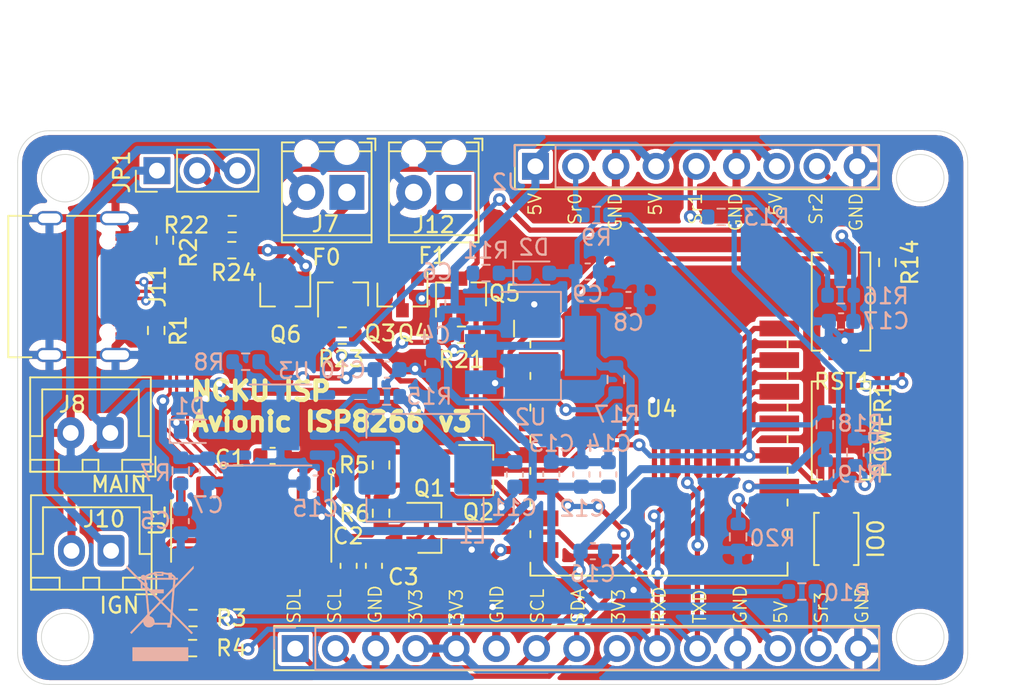
<source format=kicad_pcb>
(kicad_pcb (version 20171130) (host pcbnew "(5.1.9-0-10_14)")
  (title_block (title ISP8266) (date 2022-11-26) (rev v0.0.3) (company "NCKU ISP"))
  (layers (0 F.Cu signal) (31 B.Cu signal) (34 B.Paste user) (35 F.Paste user) (36 B.SilkS user) (37 F.SilkS user) (38 B.Mask user) (39 F.Mask user) (44 Edge.Cuts user))
  (net 0 "")
  (net 1 -BATT)
  (net 2 "Net-(C1-Pad1)")
  (net 3 +3V3)
  (net 4 +5V)
  (net 5 "Net-(C5-Pad1)")
  (net 6 VBUS)
  (net 7 /IC_BAT)
  (net 8 +BATT)
  (net 9 RST)
  (net 10 "Net-(D1-Pad2)")
  (net 11 "Net-(D2-Pad1)")
  (net 12 IO0)
  (net 13 "Net-(J2-Pad2)")
  (net 14 SDA)
  (net 15 SCL)
  (net 16 TXD)
  (net 17 RXD)
  (net 18 "Net-(J7-Pad1)")
  (net 19 +9V)
  (net 20 "Net-(J11-PadB5)")
  (net 21 D+)
  (net 22 "Net-(J11-PadA8)")
  (net 23 "Net-(J11-PadA5)")
  (net 24 "Net-(J11-PadB8)")
  (net 25 D-)
  (net 26 "Net-(J12-Pad1)")
  (net 27 Vf)
  (net 28 "Net-(L1-Pad1)")
  (net 29 "Net-(POWER1-Pad1)")
  (net 30 "Net-(POWER1-Pad2)")
  (net 31 "Net-(Q1-Pad1)")
  (net 32 "Net-(Q1-Pad2)")
  (net 33 "Net-(Q2-Pad1)")
  (net 34 "Net-(Q2-Pad2)")
  (net 35 "Net-(Q3-Pad3)")
  (net 36 GPIO13)
  (net 37 "Net-(Q4-Pad1)")
  (net 38 GPIO14)
  (net 39 "Net-(R3-Pad2)")
  (net 40 "Net-(R4-Pad2)")
  (net 41 "Net-(R8-Pad1)")
  (net 42 GPIO12)
  (net 43 IO2)
  (net 44 GPIO15)
  (net 45 EN)
  (net 46 "Net-(U1-Pad15)")
  (net 47 "Net-(U1-Pad12)")
  (net 48 "Net-(U1-Pad11)")
  (net 49 "Net-(U1-Pad10)")
  (net 50 "Net-(U1-Pad9)")
  (net 51 "Net-(U1-Pad8)")
  (net 52 "Net-(U1-Pad7)")
  (net 53 "Net-(U4-Pad2)")
  (net 54 "Net-(J1-Pad14)")
  (net 55 "Net-(J2-Pad8)")
  (net 56 "Net-(J2-Pad5)")
  (module Connector_USB:USB_C_Receptacle_Palconn_UTC16-G (layer F.Cu) (at 41.25 30.35 270)
    (fp_text reference J11 (at 0 -4.58 90) (layer F.SilkS))
    (fp_text value USB_C_Receptacle_USB2.0)
    (pad A12 smd rect (at 3.2 -2.51 270) (size 0.6 1.16) (layers F.Cu F.Paste F.Mask) (net 1 -BATT))
    (pad A9 smd rect (at 2.4 -2.51 270) (size 0.6 1.16) (layers F.Cu F.Paste F.Mask) (net 6 VBUS))
    (pad B1 smd rect (at 3.2 -2.51 270) (size 0.6 1.16) (layers F.Cu F.Paste F.Mask) (net 1 -BATT))
    (pad B4 smd rect (at 2.4 -2.51 270) (size 0.6 1.16) (layers F.Cu F.Paste F.Mask) (net 6 VBUS))
    (pad B12 smd rect (at -3.2 -2.51 270) (size 0.6 1.16) (layers F.Cu F.Paste F.Mask) (net 1 -BATT))
    (pad A1 smd rect (at -3.2 -2.51 270) (size 0.6 1.16) (layers F.Cu F.Paste F.Mask) (net 1 -BATT))
    (pad B9 smd rect (at -2.4 -2.51 270) (size 0.6 1.16) (layers F.Cu F.Paste F.Mask) (net 6 VBUS))
    (pad A4 smd rect (at -2.4 -2.51 270) (size 0.6 1.16) (layers F.Cu F.Paste F.Mask) (net 6 VBUS))
    (pad "" np_thru_hole circle (at -2.89 -1.45 90) (size 0.6 0.6) (drill 0.6) (layers *.Cu *.Mask))
    (pad "" np_thru_hole circle (at 2.89 -1.45 90) (size 0.6 0.6) (drill 0.6) (layers *.Cu *.Mask))
    (pad B5 smd rect (at 1.75 -2.51 90) (size 0.3 1.16) (layers F.Cu F.Paste F.Mask) (net 20 "Net-(J11-PadB5)"))
    (pad B6 smd rect (at 0.75 -2.51 90) (size 0.3 1.16) (layers F.Cu F.Paste F.Mask) (net 21 D+))
    (pad A8 smd rect (at 1.25 -2.51 90) (size 0.3 1.16) (layers F.Cu F.Paste F.Mask) (net 22 "Net-(J11-PadA8)"))
    (pad A5 smd rect (at -1.25 -2.51 90) (size 0.3 1.16) (layers F.Cu F.Paste F.Mask) (net 23 "Net-(J11-PadA5)"))
    (pad B8 smd rect (at -1.75 -2.51 90) (size 0.3 1.16) (layers F.Cu F.Paste F.Mask) (net 24 "Net-(J11-PadB8)"))
    (pad A7 smd rect (at 0.25 -2.51 90) (size 0.3 1.16) (layers F.Cu F.Paste F.Mask) (net 25 D-))
    (pad A6 smd rect (at -0.25 -2.51 90) (size 0.3 1.16) (layers F.Cu F.Paste F.Mask) (net 21 D+))
    (pad B7 smd rect (at -0.75 -2.51 90) (size 0.3 1.16) (layers F.Cu F.Paste F.Mask) (net 25 D-))
    (pad S1 thru_hole oval (at 4.32 2.24) (size 1.7 0.9) (drill oval 1.4 0.6) (layers *.Cu *.Mask) (net 1 -BATT))
    (pad S1 thru_hole oval (at -4.32 2.24) (size 1.7 0.9) (drill oval 1.4 0.6) (layers *.Cu *.Mask) (net 1 -BATT))
    (pad S1 thru_hole oval (at 4.32 -1.93) (size 2 0.9) (drill oval 1.7 0.6) (layers *.Cu *.Mask) (net 1 -BATT))
    (pad S1 thru_hole oval (at -4.32 -1.93) (size 2 0.9) (drill oval 1.7 0.6) (layers *.Cu *.Mask) (net 1 -BATT))
  )
  (module Connector_JST:JST_XH_B2B-XH-A_1x02_P2.50mm_Vertical (layer F.Cu) (at 42.9 47.05 180)
    (fp_text reference J10 (at 0.45 2) (layer F.SilkS))
    (fp_text value BAT2)
    (pad 2 thru_hole oval (at 2.5 0 180) (size 1.7 2) (drill 1) (layers *.Cu *.Mask) (net 8 +BATT))
    (pad 1 thru_hole roundrect (at 0 0 180) (size 1.7 2) (drill 1) (layers *.Cu *.Mask) (roundrect_rratio 0.147059) (net 19 +9V))
  )
  (module Connector_JST:JST_XH_B2B-XH-A_1x02_P2.50mm_Vertical (layer F.Cu) (at 42.85 39.6 180)
    (fp_text reference J8 (at 2.4 1.8) (layer F.SilkS))
    (fp_text value BAT1)
    (pad 2 thru_hole oval (at 2.5 0 180) (size 1.7 2) (drill 1) (layers *.Cu *.Mask) (net 1 -BATT))
    (pad 1 thru_hole roundrect (at 0 0 180) (size 1.7 2) (drill 1) (layers *.Cu *.Mask) (roundrect_rratio 0.147059) (net 8 +BATT))
  )
  (module Symbol:WEEE-Logo_4.2x6mm_SilkScreen (layer B.Cu) (at 46 51 180)
    (fp_text reference REF** hide)
    (fp_text value WEEE-Logo_4.2x6mm_SilkScreen hide)
  )
  (module Connector_PinHeader_2.54mm:PinHeader_1x03_P2.54mm_Vertical (layer F.Cu) (at 45.795 23.025 90)
    (fp_text reference JP1 (at -0.08 -2.22 90) (layer F.SilkS))
    (fp_text value IGN_VOL)
    (pad 3 thru_hole oval (at 0 5.08 90) (size 1.7 1.7) (drill 1) (layers *.Cu *.Mask) (net 19 +9V))
    (pad 2 thru_hole oval (at 0 2.54 90) (size 1.7 1.7) (drill 1) (layers *.Cu *.Mask) (net 27 Vf))
    (pad 1 thru_hole rect (at 0 0 90) (size 1.7 1.7) (drill 1) (layers *.Cu *.Mask) (net 8 +BATT))
  )
  (module Resistor_SMD:R_0603_1608Metric (layer F.Cu) (at 48.05 53.2 180)
    (fp_text reference R4 (at -2.45 0) (layer F.SilkS))
    (fp_text value 470)
    (pad 2 smd roundrect (at 0.825 0 180) (size 0.8 0.95) (layers F.Cu F.Paste F.Mask) (net 40 "Net-(R4-Pad2)"))
    (pad 1 smd roundrect (at -0.825 0 180) (size 0.8 0.95) (layers F.Cu F.Paste F.Mask) (net 17 RXD))
  )
  (module RF_Module:ESP-07 (layer F.Cu) (at 77.5 37.9)
    (fp_text reference U4 (at 0.15 0.175) (layer F.SilkS))
    (fp_text value ESP-07)
    (pad 1 smd rect (at -7.6 -4.9) (size 2.5 1) (layers F.Cu F.Paste F.Mask) (net 9 RST))
    (pad 2 smd rect (at -7.6 -2.9) (size 2.5 1) (layers F.Cu F.Paste F.Mask) (net 53 "Net-(U4-Pad2)"))
    (pad 3 smd rect (at -7.6 -0.9) (size 2.5 1) (layers F.Cu F.Paste F.Mask) (net 45 EN))
    (pad 4 smd rect (at -7.6 1.1) (size 2.5 1) (layers F.Cu F.Paste F.Mask) (net 9 RST))
    (pad 5 smd rect (at -7.6 3.1) (size 2.5 1) (layers F.Cu F.Paste F.Mask) (net 38 GPIO14))
    (pad 6 smd rect (at -7.6 5.1) (size 2.5 1) (layers F.Cu F.Paste F.Mask) (net 42 GPIO12))
    (pad 7 smd rect (at -7.6 7.1) (size 2.5 1) (layers F.Cu F.Paste F.Mask) (net 36 GPIO13))
    (pad 8 smd rect (at -7.6 9.1) (size 2.5 1) (layers F.Cu F.Paste F.Mask) (net 3 +3V3))
    (pad 9 smd rect (at 7.6 9.1) (size 2.5 1) (layers F.Cu F.Paste F.Mask) (net 1 -BATT))
    (pad 10 smd rect (at 7.6 7.1) (size 2.5 1) (layers F.Cu F.Paste F.Mask) (net 44 GPIO15))
    (pad 11 smd rect (at 7.6 5.1) (size 2.5 1) (layers F.Cu F.Paste F.Mask) (net 43 IO2))
    (pad 12 smd rect (at 7.6 3.1) (size 2.5 1) (layers F.Cu F.Paste F.Mask) (net 12 IO0))
    (pad 13 smd rect (at 7.6 1.1) (size 2.5 1) (layers F.Cu F.Paste F.Mask) (net 14 SDA))
    (pad 14 smd rect (at 7.6 -0.9) (size 2.5 1) (layers F.Cu F.Paste F.Mask) (net 15 SCL))
    (pad 15 smd rect (at 7.6 -2.9) (size 2.5 1) (layers F.Cu F.Paste F.Mask) (net 16 TXD))
    (pad 16 smd rect (at 7.6 -4.9) (size 2.5 1) (layers F.Cu F.Paste F.Mask) (net 17 RXD))
  )
  (module Package_SO:HTSOP-8-1EP_3.9x4.9mm_P1.27mm_EP2.4x3.2mm (layer B.Cu) (at 53.6 39.1)
    (fp_text reference U3 (at 0.85 -3.425) (layer B.SilkS) (effects (justify mirror)))
    (fp_text value IP5306)
    (pad 1 smd roundrect (at -2.65 1.905) (size 1.6 0.6) (layers B.Cu B.Paste B.Mask) (net 6 VBUS))
    (pad 2 smd roundrect (at -2.65 0.635) (size 1.6 0.6) (layers B.Cu B.Paste B.Mask) (net 10 "Net-(D1-Pad2)"))
    (pad 3 smd roundrect (at -2.65 -0.635) (size 1.6 0.6) (layers B.Cu B.Paste B.Mask) (net 41 "Net-(R8-Pad1)"))
    (pad 4 smd roundrect (at -2.65 -1.905) (size 1.6 0.6) (layers B.Cu B.Paste B.Mask) (net 41 "Net-(R8-Pad1)"))
    (pad 5 smd roundrect (at 2.65 -1.905) (size 1.6 0.6) (layers B.Cu B.Paste B.Mask) (net 29 "Net-(POWER1-Pad1)"))
    (pad 6 smd roundrect (at 2.65 -0.635) (size 1.6 0.6) (layers B.Cu B.Paste B.Mask) (net 7 /IC_BAT))
    (pad 7 smd roundrect (at 2.65 0.635) (size 1.6 0.6) (layers B.Cu B.Paste B.Mask) (net 28 "Net-(L1-Pad1)"))
    (pad 8 smd roundrect (at 2.65 1.905) (size 1.6 0.6) (layers B.Cu B.Paste B.Mask) (net 4 +5V))
    (pad 9 smd rect (at 0 0) (size 2.4 3.2) (layers B.Cu B.Mask) (net 1 -BATT))
  )
  (module Resistor_SMD:R_0603_1608Metric (layer F.Cu) (at 50.525 28.05)
    (fp_text reference R24 (at 0.125 1.425) (layer F.SilkS))
    (fp_text value 100K)
    (pad 2 smd roundrect (at 0.825 0) (size 0.8 0.95) (layers F.Cu F.Paste F.Mask) (net 35 "Net-(Q3-Pad3)"))
    (pad 1 smd roundrect (at -0.825 0) (size 0.8 0.95) (layers F.Cu F.Paste F.Mask) (net 27 Vf))
  )
  (module Resistor_SMD:R_0603_1608Metric (layer F.Cu) (at 57.5 33.45)
    (fp_text reference R23 (at -0.075 1.475) (layer F.SilkS))
    (fp_text value 100K)
    (pad 2 smd roundrect (at 0.825 0) (size 0.8 0.95) (layers F.Cu F.Paste F.Mask) (net 36 GPIO13))
    (pad 1 smd roundrect (at -0.825 0) (size 0.8 0.95) (layers F.Cu F.Paste F.Mask) (net 3 +3V3))
  )
  (module Resistor_SMD:R_0603_1608Metric (layer F.Cu) (at 50.55 26.4)
    (fp_text reference R22 (at -2.9 0.075) (layer F.SilkS))
    (fp_text value 100K)
    (pad 2 smd roundrect (at 0.825 0) (size 0.8 0.95) (layers F.Cu F.Paste F.Mask) (net 37 "Net-(Q4-Pad1)"))
    (pad 1 smd roundrect (at -0.825 0) (size 0.8 0.95) (layers F.Cu F.Paste F.Mask) (net 27 Vf))
  )
  (module Resistor_SMD:R_0603_1608Metric (layer F.Cu) (at 65.025 33.4)
    (fp_text reference R21 (at 0 1.575) (layer F.SilkS))
    (fp_text value 100K)
    (pad 2 smd roundrect (at 0.825 0) (size 0.8 0.95) (layers F.Cu F.Paste F.Mask) (net 38 GPIO14))
    (pad 1 smd roundrect (at -0.825 0) (size 0.8 0.95) (layers F.Cu F.Paste F.Mask) (net 3 +3V3))
  )
  (module Resistor_SMD:R_0603_1608Metric (layer B.Cu) (at 82.5 46.175 90)
    (fp_text reference R20 (at -0.075 2.175) (layer B.SilkS) (effects (justify mirror)))
    (fp_text value 10k)
    (pad 2 smd roundrect (at 0.825 0 90) (size 0.8 0.95) (layers B.Cu B.Paste B.Mask) (net 44 GPIO15))
    (pad 1 smd roundrect (at -0.825 0 90) (size 0.8 0.95) (layers B.Cu B.Paste B.Mask) (net 1 -BATT))
  )
  (module Resistor_SMD:R_0603_1608Metric (layer B.Cu) (at 88 42.175 90)
    (fp_text reference R19 (at -0.05 2.225) (layer B.SilkS) (effects (justify mirror)))
    (fp_text value 10k)
    (pad 2 smd roundrect (at 0.825 0 90) (size 0.8 0.95) (layers B.Cu B.Paste B.Mask) (net 3 +3V3))
    (pad 1 smd roundrect (at -0.825 0 90) (size 0.8 0.95) (layers B.Cu B.Paste B.Mask) (net 43 IO2))
  )
  (module Resistor_SMD:R_0603_1608Metric (layer B.Cu) (at 87.975 39.075 270)
    (fp_text reference R18 (at -0.075 -2.25 180) (layer B.SilkS) (effects (justify mirror)))
    (fp_text value 10k)
    (pad 2 smd roundrect (at 0.825 0 270) (size 0.8 0.95) (layers B.Cu B.Paste B.Mask) (net 3 +3V3))
    (pad 1 smd roundrect (at -0.825 0 270) (size 0.8 0.95) (layers B.Cu B.Paste B.Mask) (net 12 IO0))
  )
  (module Resistor_SMD:R_0603_1608Metric (layer B.Cu) (at 74.775 36.225 90)
    (fp_text reference R17 (at -2.2 0.075) (layer B.SilkS) (effects (justify mirror)))
    (fp_text value 10k)
    (pad 2 smd roundrect (at 0.825 0 90) (size 0.8 0.95) (layers B.Cu B.Paste B.Mask) (net 3 +3V3))
    (pad 1 smd roundrect (at -0.825 0 90) (size 0.8 0.95) (layers B.Cu B.Paste B.Mask) (net 45 EN))
  )
  (module Resistor_SMD:R_0603_1608Metric (layer B.Cu) (at 88.975 30.9 180)
    (fp_text reference R16 (at -2.85 -0.05) (layer B.SilkS) (effects (justify mirror)))
    (fp_text value 10k)
    (pad 2 smd roundrect (at 0.825 0 180) (size 0.8 0.95) (layers B.Cu B.Paste B.Mask) (net 3 +3V3))
    (pad 1 smd roundrect (at -0.825 0 180) (size 0.8 0.95) (layers B.Cu B.Paste B.Mask) (net 9 RST))
  )
  (module Resistor_SMD:R_0603_1608Metric (layer F.Cu) (at 91.925 28.825 270)
    (fp_text reference R14 (at 0 -1.43 90) (layer F.SilkS))
    (fp_text value 1k)
    (pad 2 smd roundrect (at 0.825 0 270) (size 0.8 0.95) (layers F.Cu F.Paste F.Mask) (net 44 GPIO15))
    (pad 1 smd roundrect (at -0.825 0 270) (size 0.8 0.95) (layers F.Cu F.Paste F.Mask) (net 55 "Net-(J2-Pad8)"))
  )
  (module Resistor_SMD:R_0603_1608Metric (layer B.Cu) (at 81.425 25.95)
    (fp_text reference R13 (at 2.875 0.025) (layer B.SilkS) (effects (justify mirror)))
    (fp_text value 1k)
    (pad 2 smd roundrect (at 0.825 0) (size 0.8 0.95) (layers B.Cu B.Paste B.Mask) (net 43 IO2))
    (pad 1 smd roundrect (at -0.825 0) (size 0.8 0.95) (layers B.Cu B.Paste B.Mask) (net 56 "Net-(J2-Pad5)"))
  )
  (module Resistor_SMD:R_0603_1608Metric (layer B.Cu) (at 89.9 40.825 90)
    (fp_text reference R12 (at 0 1.43 90) (layer B.SilkS) (effects (justify mirror)))
    (fp_text value 10k)
    (pad 2 smd roundrect (at 0.825 0 90) (size 0.8 0.95) (layers B.Cu B.Paste B.Mask) (net 1 -BATT))
    (pad 1 smd roundrect (at -0.825 0 90) (size 0.8 0.95) (layers B.Cu B.Paste B.Mask) (net 30 "Net-(POWER1-Pad2)"))
  )
  (module Resistor_SMD:R_0603_1608Metric (layer B.Cu) (at 66.575 29.5 180)
    (fp_text reference R11 (at 0 1.43) (layer B.SilkS) (effects (justify mirror)))
    (fp_text value 1k)
    (pad 2 smd roundrect (at 0.825 0 180) (size 0.8 0.95) (layers B.Cu B.Paste B.Mask) (net 1 -BATT))
    (pad 1 smd roundrect (at -0.825 0 180) (size 0.8 0.95) (layers B.Cu B.Paste B.Mask) (net 11 "Net-(D2-Pad1)"))
  )
  (module Resistor_SMD:R_0603_1608Metric (layer B.Cu) (at 73.55 25.825)
    (fp_text reference R9 (at 0 1.43) (layer B.SilkS) (effects (justify mirror)))
    (fp_text value 1k)
    (pad 2 smd roundrect (at 0.825 0) (size 0.8 0.95) (layers B.Cu B.Paste B.Mask) (net 12 IO0))
    (pad 1 smd roundrect (at -0.825 0) (size 0.8 0.95) (layers B.Cu B.Paste B.Mask) (net 13 "Net-(J2-Pad2)"))
  )
  (module Resistor_SMD:R_0603_1608Metric (layer B.Cu) (at 47.3 42 270)
    (fp_text reference R7 (at 0.125 1.6 180) (layer B.SilkS) (effects (justify mirror)))
    (fp_text value 2)
    (pad 2 smd roundrect (at 0.825 0 270) (size 0.8 0.95) (layers B.Cu B.Paste B.Mask) (net 5 "Net-(C5-Pad1)"))
    (pad 1 smd roundrect (at -0.825 0 270) (size 0.8 0.95) (layers B.Cu B.Paste B.Mask) (net 6 VBUS))
  )
  (module Resistor_SMD:R_0603_1608Metric (layer F.Cu) (at 59.95 44.675 90)
    (fp_text reference R6 (at -0.025 -1.675 180) (layer F.SilkS))
    (fp_text value 10k)
    (pad 2 smd roundrect (at 0.825 0 90) (size 0.8 0.95) (layers F.Cu F.Paste F.Mask) (net 34 "Net-(Q2-Pad2)"))
    (pad 1 smd roundrect (at -0.825 0 90) (size 0.8 0.95) (layers F.Cu F.Paste F.Mask) (net 31 "Net-(Q1-Pad1)"))
  )
  (module Resistor_SMD:R_0603_1608Metric (layer F.Cu) (at 59.95 41.625 270)
    (fp_text reference R5 (at 0 1.7 180) (layer F.SilkS))
    (fp_text value 10k)
    (pad 2 smd roundrect (at 0.825 0 270) (size 0.8 0.95) (layers F.Cu F.Paste F.Mask) (net 32 "Net-(Q1-Pad2)"))
    (pad 1 smd roundrect (at -0.825 0 270) (size 0.8 0.95) (layers F.Cu F.Paste F.Mask) (net 33 "Net-(Q2-Pad1)"))
  )
  (module Resistor_SMD:R_0603_1608Metric (layer F.Cu) (at 48.075 51.3 180)
    (fp_text reference R3 (at -2.425 0) (layer F.SilkS))
    (fp_text value 470)
    (pad 2 smd roundrect (at 0.825 0 180) (size 0.8 0.95) (layers F.Cu F.Paste F.Mask) (net 39 "Net-(R3-Pad2)"))
    (pad 1 smd roundrect (at -0.825 0 180) (size 0.8 0.95) (layers F.Cu F.Paste F.Mask) (net 16 TXD))
  )
  (module Resistor_SMD:R_0603_1608Metric (layer F.Cu) (at 46.3 27.425 90)
    (fp_text reference R2 (at -0.775 1.5 90) (layer F.SilkS))
    (fp_text value 5k1)
    (pad 2 smd roundrect (at 0.825 0 90) (size 0.8 0.95) (layers F.Cu F.Paste F.Mask) (net 1 -BATT))
    (pad 1 smd roundrect (at -0.825 0 90) (size 0.8 0.95) (layers F.Cu F.Paste F.Mask) (net 23 "Net-(J11-PadA5)"))
  )
  (module Resistor_SMD:R_0603_1608Metric (layer F.Cu) (at 45.75 33.125 270)
    (fp_text reference R1 (at 0.025 -1.4 270) (layer F.SilkS))
    (fp_text value 5k1)
    (pad 2 smd roundrect (at 0.825 0 270) (size 0.8 0.95) (layers F.Cu F.Paste F.Mask) (net 1 -BATT))
    (pad 1 smd roundrect (at -0.825 0 270) (size 0.8 0.95) (layers F.Cu F.Paste F.Mask) (net 20 "Net-(J11-PadB5)"))
  )
  (module Package_TO_SOT_SMD:SOT-23 (layer F.Cu) (at 53.9 30.85 270)
    (fp_text reference Q6 (at 2.525 -0.025 180) (layer F.SilkS))
    (fp_text value IRLML6402)
    (pad 3 smd rect (at 1 0 270) (size 0.9 0.8) (layers F.Cu F.Paste F.Mask) (net 18 "Net-(J7-Pad1)"))
    (pad 2 smd rect (at -1 0.95 270) (size 0.9 0.8) (layers F.Cu F.Paste F.Mask) (net 27 Vf))
    (pad 1 smd rect (at -1 -0.95 270) (size 0.9 0.8) (layers F.Cu F.Paste F.Mask) (net 35 "Net-(Q3-Pad3)"))
  )
  (module Package_TO_SOT_SMD:SOT-23 (layer F.Cu) (at 61.3 30.85 270)
    (fp_text reference Q4 (at 2.45 -0.7 180) (layer F.SilkS))
    (fp_text value IRLML6402)
    (pad 3 smd rect (at 1 0 270) (size 0.9 0.8) (layers F.Cu F.Paste F.Mask) (net 26 "Net-(J12-Pad1)"))
    (pad 2 smd rect (at -1 0.95 270) (size 0.9 0.8) (layers F.Cu F.Paste F.Mask) (net 27 Vf))
    (pad 1 smd rect (at -1 -0.95 270) (size 0.9 0.8) (layers F.Cu F.Paste F.Mask) (net 37 "Net-(Q4-Pad1)"))
  )
  (module Package_TO_SOT_SMD:SOT-23 (layer F.Cu) (at 66.275 41.95)
    (fp_text reference Q2 (at -0.175 2.65) (layer F.SilkS))
    (fp_text value S8050)
    (pad 3 smd rect (at 1 0) (size 0.9 0.8) (layers F.Cu F.Paste F.Mask) (net 12 IO0))
    (pad 2 smd rect (at -1 0.95) (size 0.9 0.8) (layers F.Cu F.Paste F.Mask) (net 34 "Net-(Q2-Pad2)"))
    (pad 1 smd rect (at -1 -0.95) (size 0.9 0.8) (layers F.Cu F.Paste F.Mask) (net 33 "Net-(Q2-Pad1)"))
  )
  (module Package_TO_SOT_SMD:SOT-23 (layer F.Cu) (at 63 45.6)
    (fp_text reference Q1 (at 0 -2.5) (layer F.SilkS))
    (fp_text value S8050)
    (pad 3 smd rect (at 1 0) (size 0.9 0.8) (layers F.Cu F.Paste F.Mask) (net 9 RST))
    (pad 2 smd rect (at -1 0.95) (size 0.9 0.8) (layers F.Cu F.Paste F.Mask) (net 32 "Net-(Q1-Pad2)"))
    (pad 1 smd rect (at -1 -0.95) (size 0.9 0.8) (layers F.Cu F.Paste F.Mask) (net 31 "Net-(Q1-Pad1)"))
  )
  (module Inductor_SMD:L_Abracon_ASPI-0630LR (layer B.Cu) (at 62.725 41.8)
    (fp_text reference L1 (at 3 4.275) (layer B.SilkS) (effects (justify mirror)))
    (fp_text value 1u)
    (pad 2 smd roundrect (at 3.025 0) (size 2.35 3.4) (layers B.Cu B.Paste B.Mask) (roundrect_rratio 0.1) (net 8 +BATT))
    (pad 1 smd roundrect (at -3.025 0) (size 2.35 3.4) (layers B.Cu B.Paste B.Mask) (roundrect_rratio 0.1) (net 28 "Net-(L1-Pad1)"))
  )
  (module LED_SMD:LED_0603_1608Metric (layer B.Cu) (at 69.7875 29.5)
    (fp_text reference D2 (at -0.1875 -1.625) (layer B.SilkS) (effects (justify mirror)))
    (fp_text value LED_Small)
    (pad 2 smd roundrect (at 0.7875 0) (size 0.875 0.95) (layers B.Cu B.Paste B.Mask) (net 3 +3V3))
    (pad 1 smd roundrect (at -0.7875 0) (size 0.875 0.95) (layers B.Cu B.Paste B.Mask) (net 11 "Net-(D2-Pad1)"))
  )
  (module LED_SMD:LED_0603_1608Metric (layer B.Cu) (at 48.0875 39.5)
    (fp_text reference D1 (at -0.2125 -1.575) (layer B.SilkS) (effects (justify mirror)))
    (fp_text value LED_Small)
    (pad 2 smd roundrect (at 0.7875 0) (size 0.875 0.95) (layers B.Cu B.Paste B.Mask) (net 10 "Net-(D1-Pad2)"))
    (pad 1 smd roundrect (at -0.7875 0) (size 0.875 0.95) (layers B.Cu B.Paste B.Mask) (net 1 -BATT))
  )
  (module Capacitor_SMD:C_0603_1608Metric (layer B.Cu) (at 89 32.55)
    (fp_text reference C17 (at 2.85 -0.025) (layer B.SilkS) (effects (justify mirror)))
    (fp_text value 470p)
    (pad 2 smd roundrect (at 0.775 0) (size 0.9 0.95) (layers B.Cu B.Paste B.Mask) (net 9 RST))
    (pad 1 smd roundrect (at -0.775 0) (size 0.9 0.95) (layers B.Cu B.Paste B.Mask) (net 1 -BATT))
  )
  (module Capacitor_SMD:C_0603_1608Metric (layer B.Cu) (at 73.325 47.075)
    (fp_text reference C16 (at 0 1.43 180) (layer B.SilkS) (effects (justify mirror)))
    (fp_text value 100n)
    (pad 2 smd roundrect (at 0.775 0) (size 0.9 0.95) (layers B.Cu B.Paste B.Mask) (net 1 -BATT))
    (pad 1 smd roundrect (at -0.775 0) (size 0.9 0.95) (layers B.Cu B.Paste B.Mask) (net 3 +3V3))
  )
  (module Capacitor_SMD:C_0603_1608Metric (layer B.Cu) (at 55.825 42.8 180)
    (fp_text reference C15 (at 0.025 -1.575 180) (layer B.SilkS) (effects (justify mirror)))
    (fp_text value 22u)
    (pad 1 smd roundrect (at -0.775 0 180) (size 0.9 0.95) (layers B.Cu B.Paste B.Mask) (net 4 +5V))
    (pad 2 smd roundrect (at 0.775 0 180) (size 0.9 0.95) (layers B.Cu B.Paste B.Mask) (net 1 -BATT))
  )
  (module Capacitor_SMD:C_0603_1608Metric (layer B.Cu) (at 74.3 42.225 90)
    (fp_text reference C14 (at 1.95 0.025) (layer B.SilkS) (effects (justify mirror)))
    (fp_text value 22u)
    (pad 1 smd roundrect (at -0.775 0 90) (size 0.9 0.95) (layers B.Cu B.Paste B.Mask) (net 4 +5V))
    (pad 2 smd roundrect (at 0.775 0 90) (size 0.9 0.95) (layers B.Cu B.Paste B.Mask) (net 1 -BATT))
  )
  (module Capacitor_SMD:C_0603_1608Metric (layer B.Cu) (at 70.7 42.2 90)
    (fp_text reference C13 (at 1.925 0.025) (layer B.SilkS) (effects (justify mirror)))
    (fp_text value 22u)
    (pad 1 smd roundrect (at -0.775 0 90) (size 0.9 0.95) (layers B.Cu B.Paste B.Mask) (net 4 +5V))
    (pad 2 smd roundrect (at 0.775 0 90) (size 0.9 0.95) (layers B.Cu B.Paste B.Mask) (net 1 -BATT))
  )
  (module Capacitor_SMD:C_0603_1608Metric (layer B.Cu) (at 68.4 42.225 270)
    (fp_text reference C11 (at 2.1 0.05 180) (layer B.SilkS) (effects (justify mirror)))
    (fp_text value 22u)
    (pad 2 smd roundrect (at 0.775 0 270) (size 0.9 0.95) (layers B.Cu B.Paste B.Mask) (net 1 -BATT))
    (pad 1 smd roundrect (at -0.775 0 270) (size 0.9 0.95) (layers B.Cu B.Paste B.Mask) (net 8 +BATT))
  )
  (module Capacitor_SMD:C_0603_1608Metric (layer B.Cu) (at 60.325 35.6)
    (fp_text reference C10 (at -2.775 0.025) (layer B.SilkS) (effects (justify mirror)))
    (fp_text value 22u)
    (pad 2 smd roundrect (at 0.775 0) (size 0.9 0.95) (layers B.Cu B.Paste B.Mask) (net 1 -BATT))
    (pad 1 smd roundrect (at -0.775 0) (size 0.9 0.95) (layers B.Cu B.Paste B.Mask) (net 7 /IC_BAT))
  )
  (module Capacitor_SMD:C_0603_1608Metric (layer B.Cu) (at 73 29.4)
    (fp_text reference C9 (at 0 1.43) (layer B.SilkS) (effects (justify mirror)))
    (fp_text value 1u)
    (pad 2 smd roundrect (at 0.775 0) (size 0.9 0.95) (layers B.Cu B.Paste B.Mask) (net 1 -BATT))
    (pad 1 smd roundrect (at -0.775 0) (size 0.9 0.95) (layers B.Cu B.Paste B.Mask) (net 3 +3V3))
  )
  (module Capacitor_SMD:C_0603_1608Metric (layer B.Cu) (at 75.575 31.2)
    (fp_text reference C8 (at 0 1.43 180) (layer B.SilkS) (effects (justify mirror)))
    (fp_text value 10u)
    (pad 2 smd roundrect (at 0.775 0) (size 0.9 0.95) (layers B.Cu B.Paste B.Mask) (net 1 -BATT))
    (pad 1 smd roundrect (at -0.775 0) (size 0.9 0.95) (layers B.Cu B.Paste B.Mask) (net 3 +3V3))
  )
  (module Capacitor_SMD:C_0603_1608Metric (layer B.Cu) (at 49 42 270)
    (fp_text reference C7 (at 2.15 -0.025) (layer B.SilkS) (effects (justify mirror)))
    (fp_text value 10u)
    (pad 2 smd roundrect (at 0.775 0 270) (size 0.9 0.95) (layers B.Cu B.Paste B.Mask) (net 1 -BATT))
    (pad 1 smd roundrect (at -0.775 0 270) (size 0.9 0.95) (layers B.Cu B.Paste B.Mask) (net 6 VBUS))
  )
  (module Capacitor_SMD:C_0603_1608Metric (layer B.Cu) (at 63.5 31.375 90)
    (fp_text reference C6 (at 1.95 0) (layer B.SilkS) (effects (justify mirror)))
    (fp_text value 1u)
    (pad 2 smd roundrect (at 0.775 0 90) (size 0.9 0.95) (layers B.Cu B.Paste B.Mask) (net 1 -BATT))
    (pad 1 smd roundrect (at -0.775 0 90) (size 0.9 0.95) (layers B.Cu B.Paste B.Mask) (net 4 +5V))
  )
  (module Capacitor_SMD:C_0603_1608Metric (layer B.Cu) (at 47.3 45.175 270)
    (fp_text reference C5 (at -0.025 1.6 180) (layer B.SilkS) (effects (justify mirror)))
    (fp_text value 10u)
    (pad 2 smd roundrect (at 0.775 0 270) (size 0.9 0.95) (layers B.Cu B.Paste B.Mask) (net 1 -BATT))
    (pad 1 smd roundrect (at -0.775 0 270) (size 0.9 0.95) (layers B.Cu B.Paste B.Mask) (net 5 "Net-(C5-Pad1)"))
  )
  (module Capacitor_SMD:C_0603_1608Metric (layer B.Cu) (at 63.25 35.175 270)
    (fp_text reference C4 (at -1.75 -0.125) (layer B.SilkS) (effects (justify mirror)))
    (fp_text value 10u)
    (pad 2 smd roundrect (at 0.775 0 270) (size 0.9 0.95) (layers B.Cu B.Paste B.Mask) (net 1 -BATT))
    (pad 1 smd roundrect (at -0.775 0 270) (size 0.9 0.95) (layers B.Cu B.Paste B.Mask) (net 4 +5V))
  )
  (module Capacitor_SMD:C_0603_1608Metric (layer F.Cu) (at 59.5 48 90)
    (fp_text reference C3 (at -0.7 1.86 180) (layer F.SilkS))
    (fp_text value 100n)
    (pad 2 smd roundrect (at 0.775 0 90) (size 0.9 0.95) (layers F.Cu F.Paste F.Mask) (net 1 -BATT))
    (pad 1 smd roundrect (at -0.775 0 90) (size 0.9 0.95) (layers F.Cu F.Paste F.Mask) (net 3 +3V3))
  )
  (module Capacitor_SMD:C_0603_1608Metric (layer F.Cu) (at 57.9 48 90)
    (fp_text reference C2 (at 1.88 -0.02 180) (layer F.SilkS))
    (fp_text value 10u)
    (pad 2 smd roundrect (at 0.775 0 90) (size 0.9 0.95) (layers F.Cu F.Paste F.Mask) (net 1 -BATT))
    (pad 1 smd roundrect (at -0.775 0 90) (size 0.9 0.95) (layers F.Cu F.Paste F.Mask) (net 3 +3V3))
  )
  (module Capacitor_SMD:C_0603_1608Metric (layer F.Cu) (at 53.1 41.05)
    (fp_text reference C1 (at -2.675 0.15) (layer F.SilkS))
    (fp_text value 100n)
    (pad 2 smd roundrect (at 0.775 0) (size 0.9 0.95) (layers F.Cu F.Paste F.Mask) (net 1 -BATT))
    (pad 1 smd roundrect (at -0.775 0) (size 0.9 0.95) (layers F.Cu F.Paste F.Mask) (net 2 "Net-(C1-Pad1)"))
  )
  (module Connector_PinHeader_2.54mm:PinHeader_1x09_P2.54mm_Vertical (layer B.Cu) (at 69.7 22.75 270)
    (fp_text reference J2 (at 1 1.9 180) (layer B.SilkS) (effects (justify mirror)))
    (fp_text value Up)
    (pad 9 thru_hole oval (at 0 -20.32 270) (size 1.7 1.7) (drill 1) (layers *.Cu *.Mask) (net 1 -BATT))
    (pad 8 thru_hole oval (at 0 -17.78 270) (size 1.7 1.7) (drill 1) (layers *.Cu *.Mask) (net 55 "Net-(J2-Pad8)"))
    (pad 7 thru_hole oval (at 0 -15.24 270) (size 1.7 1.7) (drill 1) (layers *.Cu *.Mask) (net 4 +5V))
    (pad 6 thru_hole oval (at 0 -12.7 270) (size 1.7 1.7) (drill 1) (layers *.Cu *.Mask) (net 1 -BATT))
    (pad 5 thru_hole oval (at 0 -10.16 270) (size 1.7 1.7) (drill 1) (layers *.Cu *.Mask) (net 56 "Net-(J2-Pad5)"))
    (pad 4 thru_hole oval (at 0 -7.62 270) (size 1.7 1.7) (drill 1) (layers *.Cu *.Mask) (net 4 +5V))
    (pad 3 thru_hole oval (at 0 -5.08 270) (size 1.7 1.7) (drill 1) (layers *.Cu *.Mask) (net 1 -BATT))
    (pad 2 thru_hole oval (at 0 -2.54 270) (size 1.7 1.7) (drill 1) (layers *.Cu *.Mask) (net 13 "Net-(J2-Pad2)"))
    (pad 1 thru_hole rect (at 0 0 270) (size 1.7 1.7) (drill 1) (layers *.Cu *.Mask) (net 4 +5V))
  )
  (module Connector_PinHeader_2.54mm:PinHeader_1x15_P2.54mm_Vertical (layer B.Cu) (at 54.53 53.23 270)
    (fp_text reference J1 hide)
    (fp_text value Bottom)
    (pad 15 thru_hole oval (at 0 -35.56 270) (size 1.7 1.7) (drill 1) (layers *.Cu *.Mask) (net 1 -BATT))
    (pad 14 thru_hole oval (at 0 -33.02 270) (size 1.7 1.7) (drill 1) (layers *.Cu *.Mask) (net 54 "Net-(J1-Pad14)"))
    (pad 13 thru_hole oval (at 0 -30.48 270) (size 1.7 1.7) (drill 1) (layers *.Cu *.Mask) (net 4 +5V))
    (pad 12 thru_hole oval (at 0 -27.94 270) (size 1.7 1.7) (drill 1) (layers *.Cu *.Mask) (net 1 -BATT))
    (pad 11 thru_hole oval (at 0 -25.4 270) (size 1.7 1.7) (drill 1) (layers *.Cu *.Mask) (net 16 TXD))
    (pad 10 thru_hole oval (at 0 -22.86 270) (size 1.7 1.7) (drill 1) (layers *.Cu *.Mask) (net 17 RXD))
    (pad 9 thru_hole oval (at 0 -20.32 270) (size 1.7 1.7) (drill 1) (layers *.Cu *.Mask) (net 3 +3V3))
    (pad 8 thru_hole oval (at 0 -17.78 270) (size 1.7 1.7) (drill 1) (layers *.Cu *.Mask) (net 14 SDA))
    (pad 7 thru_hole oval (at 0 -15.24 270) (size 1.7 1.7) (drill 1) (layers *.Cu *.Mask) (net 15 SCL))
    (pad 6 thru_hole oval (at 0 -12.7 270) (size 1.7 1.7) (drill 1) (layers *.Cu *.Mask) (net 1 -BATT))
    (pad 5 thru_hole oval (at 0 -10.16 270) (size 1.7 1.7) (drill 1) (layers *.Cu *.Mask) (net 3 +3V3))
    (pad 4 thru_hole oval (at 0 -7.62 270) (size 1.7 1.7) (drill 1) (layers *.Cu *.Mask) (net 3 +3V3))
    (pad 3 thru_hole oval (at 0 -5.08 270) (size 1.7 1.7) (drill 1) (layers *.Cu *.Mask) (net 1 -BATT))
    (pad 2 thru_hole oval (at 0 -2.54 270) (size 1.7 1.7) (drill 1) (layers *.Cu *.Mask) (net 15 SCL))
    (pad 1 thru_hole rect (at 0 0 270) (size 1.7 1.7) (drill 1) (layers *.Cu *.Mask) (net 14 SDA))
  )
  (module Package_TO_SOT_SMD:SOT-223-3_TabPin2 (layer B.Cu) (at 69.4 34.1)
    (fp_text reference U2 (at 0 4.5) (layer B.SilkS) (effects (justify mirror)))
    (fp_text value AP1117-33)
    (pad 1 smd rect (at -3.15 2.3) (size 2 1.5) (layers B.Cu B.Paste B.Mask) (net 1 -BATT))
    (pad 3 smd rect (at -3.15 -2.3) (size 2 1.5) (layers B.Cu B.Paste B.Mask) (net 4 +5V))
    (pad 2 smd rect (at -3.15 0) (size 2 1.5) (layers B.Cu B.Paste B.Mask) (net 3 +3V3))
    (pad 2 smd rect (at 3.15 0) (size 2 3.8) (layers B.Cu B.Paste B.Mask) (net 3 +3V3))
  )
  (module Package_SO:SOIC-16_3.9x9.9mm_P1.27mm (layer F.Cu) (at 51.75 45.8 270)
    (fp_text reference U1 (at -0.675 5.925 90) (layer F.SilkS))
    (fp_text value CH340C)
    (pad 16 smd roundrect (at 2.475 -4.445 270) (size 1.95 0.6) (layers F.Cu F.Paste F.Mask) (net 3 +3V3))
    (pad 15 smd roundrect (at 2.475 -3.175 270) (size 1.95 0.6) (layers F.Cu F.Paste F.Mask) (net 46 "Net-(U1-Pad15)"))
    (pad 14 smd roundrect (at 2.475 -1.905 270) (size 1.95 0.6) (layers F.Cu F.Paste F.Mask) (net 31 "Net-(Q1-Pad1)"))
    (pad 13 smd roundrect (at 2.475 -0.635 270) (size 1.95 0.6) (layers F.Cu F.Paste F.Mask) (net 33 "Net-(Q2-Pad1)"))
    (pad 12 smd roundrect (at 2.475 0.635 270) (size 1.95 0.6) (layers F.Cu F.Paste F.Mask) (net 47 "Net-(U1-Pad12)"))
    (pad 11 smd roundrect (at 2.475 1.905 270) (size 1.95 0.6) (layers F.Cu F.Paste F.Mask) (net 48 "Net-(U1-Pad11)"))
    (pad 10 smd roundrect (at 2.475 3.175 270) (size 1.95 0.6) (layers F.Cu F.Paste F.Mask) (net 49 "Net-(U1-Pad10)"))
    (pad 9 smd roundrect (at 2.475 4.445 270) (size 1.95 0.6) (layers F.Cu F.Paste F.Mask) (net 50 "Net-(U1-Pad9)"))
    (pad 8 smd roundrect (at -2.475 4.445 270) (size 1.95 0.6) (layers F.Cu F.Paste F.Mask) (net 51 "Net-(U1-Pad8)"))
    (pad 7 smd roundrect (at -2.475 3.175 270) (size 1.95 0.6) (layers F.Cu F.Paste F.Mask) (net 52 "Net-(U1-Pad7)"))
    (pad 6 smd roundrect (at -2.475 1.905 270) (size 1.95 0.6) (layers F.Cu F.Paste F.Mask) (net 25 D-))
    (pad 5 smd roundrect (at -2.475 0.635 270) (size 1.95 0.6) (layers F.Cu F.Paste F.Mask) (net 21 D+))
    (pad 4 smd roundrect (at -2.475 -0.635 270) (size 1.95 0.6) (layers F.Cu F.Paste F.Mask) (net 2 "Net-(C1-Pad1)"))
    (pad 3 smd roundrect (at -2.475 -1.905 270) (size 1.95 0.6) (layers F.Cu F.Paste F.Mask) (net 40 "Net-(R4-Pad2)"))
    (pad 2 smd roundrect (at -2.475 -3.175 270) (size 1.95 0.6) (layers F.Cu F.Paste F.Mask) (net 39 "Net-(R3-Pad2)"))
    (pad 1 smd roundrect (at -2.475 -4.445 270) (size 1.95 0.6) (layers F.Cu F.Paste F.Mask) (net 1 -BATT))
  )
  (module Button_Switch_SMD:SW_SPST_EVQPE1 (layer F.Cu) (at 89 31.3 270)
    (fp_text reference RST1 (at 5.05 -0.125 180) (layer F.SilkS))
    (fp_text value SW_Push)
    (pad 1 smd rect (at -2.7 0 270) (size 2 1.6) (layers F.Cu F.Paste F.Mask) (net 9 RST))
    (pad 2 smd rect (at 2.7 0 270) (size 2 1.6) (layers F.Cu F.Paste F.Mask) (net 1 -BATT))
  )
  (module Resistor_SMD:R_0603_1608Metric (layer B.Cu) (at 60.3 37.3 180)
    (fp_text reference R15 (at -2.7 0) (layer B.SilkS) (effects (justify mirror)))
    (fp_text value 0.5)
    (pad 2 smd roundrect (at 0.825 0 180) (size 0.8 0.95) (layers B.Cu B.Paste B.Mask) (net 7 /IC_BAT))
    (pad 1 smd roundrect (at -0.825 0 180) (size 0.8 0.95) (layers B.Cu B.Paste B.Mask) (net 8 +BATT))
  )
  (module Resistor_SMD:R_0603_1608Metric (layer B.Cu) (at 86.525 49.625 180)
    (fp_text reference R10 (at -2.85 -0.075) (layer B.SilkS) (effects (justify mirror)))
    (fp_text value 1k)
    (pad 2 smd roundrect (at 0.825 0 180) (size 0.8 0.95) (layers B.Cu B.Paste B.Mask) (net 42 GPIO12))
    (pad 1 smd roundrect (at -0.825 0 180) (size 0.8 0.95) (layers B.Cu B.Paste B.Mask) (net 54 "Net-(J1-Pad14)"))
  )
  (module Resistor_SMD:R_0603_1608Metric (layer B.Cu) (at 51.4 35.1)
    (fp_text reference R8 (at -2.325 0.025) (layer B.SilkS) (effects (justify mirror)))
    (fp_text value 1k)
    (pad 2 smd roundrect (at 0.825 0) (size 0.8 0.95) (layers B.Cu B.Paste B.Mask) (net 7 /IC_BAT))
    (pad 1 smd roundrect (at -0.825 0) (size 0.8 0.95) (layers B.Cu B.Paste B.Mask) (net 41 "Net-(R8-Pad1)"))
  )
  (module Package_TO_SOT_SMD:SOT-23 (layer F.Cu) (at 65 30.85 90)
    (fp_text reference Q5 (at 0.075 2.75 180) (layer F.SilkS))
    (fp_text value BSS138)
    (pad 3 smd rect (at 1 0 90) (size 0.9 0.8) (layers F.Cu F.Paste F.Mask) (net 37 "Net-(Q4-Pad1)"))
    (pad 2 smd rect (at -1 0.95 90) (size 0.9 0.8) (layers F.Cu F.Paste F.Mask) (net 38 GPIO14))
    (pad 1 smd rect (at -1 -0.95 90) (size 0.9 0.8) (layers F.Cu F.Paste F.Mask) (net 3 +3V3))
  )
  (module Package_TO_SOT_SMD:SOT-23 (layer F.Cu) (at 57.55 30.85 90)
    (fp_text reference Q3 (at -2.45 2.35 180) (layer F.SilkS))
    (fp_text value BSS138)
    (pad 3 smd rect (at 1 0 90) (size 0.9 0.8) (layers F.Cu F.Paste F.Mask) (net 35 "Net-(Q3-Pad3)"))
    (pad 2 smd rect (at -1 0.95 90) (size 0.9 0.8) (layers F.Cu F.Paste F.Mask) (net 36 GPIO13))
    (pad 1 smd rect (at -1 -0.95 90) (size 0.9 0.8) (layers F.Cu F.Paste F.Mask) (net 3 +3V3))
  )
  (module Button_Switch_SMD:SW_SPST_EVQPE1 (layer F.Cu) (at 89 39.45 270)
    (fp_text reference POWER1 (at 0 -2.65 90) (layer F.SilkS))
    (fp_text value SW_Push)
    (pad 1 smd rect (at -2.7 0 270) (size 2 1.6) (layers F.Cu F.Paste F.Mask) (net 29 "Net-(POWER1-Pad1)"))
    (pad 2 smd rect (at 2.7 0 270) (size 2 1.6) (layers F.Cu F.Paste F.Mask) (net 30 "Net-(POWER1-Pad2)"))
  )
  (module TerminalBlock_Phoenix:TerminalBlock_Phoenix_MPT-0,5-2-2.54_1x02_P2.54mm_Horizontal (layer F.Cu) (at 64.55 24.4 180)
    (fp_text reference J12 (at 1.27 -2.05) (layer F.SilkS))
    (fp_text value F1)
    (pad "" np_thru_hole circle (at 2.54 2.54 180) (size 1.1 1.1) (drill 1.1) (layers *.Cu *.Mask))
    (pad 2 thru_hole circle (at 2.54 0 180) (size 2.2 2.2) (drill 1.1) (layers *.Cu *.Mask) (net 1 -BATT))
    (pad "" np_thru_hole circle (at 0 2.54 180) (size 1.1 1.1) (drill 1.1) (layers *.Cu *.Mask))
    (pad 1 thru_hole rect (at 0 0 180) (size 2.2 2.2) (drill 1.1) (layers *.Cu *.Mask) (net 26 "Net-(J12-Pad1)"))
  )
  (module TerminalBlock_Phoenix:TerminalBlock_Phoenix_MPT-0,5-2-2.54_1x02_P2.54mm_Horizontal (layer F.Cu) (at 57.79 24.4 180)
    (fp_text reference J7 (at 1.365 -2) (layer F.SilkS))
    (fp_text value F0)
    (pad "" np_thru_hole circle (at 2.54 2.54 180) (size 1.1 1.1) (drill 1.1) (layers *.Cu *.Mask))
    (pad 2 thru_hole circle (at 2.54 0 180) (size 2.2 2.2) (drill 1.1) (layers *.Cu *.Mask) (net 1 -BATT))
    (pad "" np_thru_hole circle (at 0 2.54 180) (size 1.1 1.1) (drill 1.1) (layers *.Cu *.Mask))
    (pad 1 thru_hole rect (at 0 0 180) (size 2.2 2.2) (drill 1.1) (layers *.Cu *.Mask) (net 18 "Net-(J7-Pad1)"))
  )
  (module Button_Switch_SMD:SW_SPST_B3U-1000P (layer F.Cu) (at 88.7 46.3 270)
    (fp_text reference IO0 (at 0 -2.5 90) (layer F.SilkS))
    (fp_text value SW_Push)
    (pad 2 smd rect (at 1.7 0 270) (size 0.9 1.7) (layers F.Cu F.Paste F.Mask) (net 1 -BATT))
    (pad 1 smd rect (at -1.7 0 270) (size 0.9 1.7) (layers F.Cu F.Paste F.Mask) (net 12 IO0))
  )
  (module Capacitor_SMD:C_0603_1608Metric (layer B.Cu) (at 72.6 42.225 90)
    (fp_text reference C12 (at -2.15 0.05) (layer B.SilkS) (effects (justify mirror)))
    (fp_text value 22u)
    (pad 2 smd roundrect (at 0.775 0 90) (size 0.9 0.95) (layers B.Cu B.Paste B.Mask) (net 1 -BATT))
    (pad 1 smd roundrect (at -0.775 0 90) (size 0.9 0.95) (layers B.Cu B.Paste B.Mask) (net 4 +5V))
  )
  (gr_text F1 (at 63.2 28.4) (layer F.SilkS) (effects (font (size 1 1))))
  (gr_text F0 (at 56.5 28.5) (layer F.SilkS) (effects (font (size 1 1))))
  (gr_line (start 91.4 21.4) (end 68.4 21.4) (layer F.SilkS) (width 0.12))
  (gr_line (start 91.4 24.2) (end 91.4 21.4) (layer F.SilkS) (width 0.12))
  (gr_line (start 68.4 24.2) (end 91.4 24.2) (layer F.SilkS) (width 0.12))
  (gr_line (start 68.4 21.4) (end 68.4 24.2) (layer F.SilkS) (width 0.12))
  (gr_line (start 53.2 51.8) (end 53.2 52) (layer F.SilkS) (width 0.12))
  (gr_line (start 91.4 51.8) (end 53.2 51.8) (layer F.SilkS) (width 0.12))
  (gr_line (start 91.4 54.6) (end 91.4 51.8) (layer F.SilkS) (width 0.12))
  (gr_line (start 53.2 54.6) (end 91.4 54.6) (layer F.SilkS) (width 0.12))
  (gr_line (start 53.2 52) (end 53.2 54.6) (layer F.SilkS) (width 0.12))
  (gr_text MAIN (at 43.4 42.85) (layer F.SilkS) (effects (font (size 1 1))))
  (gr_text IGN (at 43.425 50.5) (layer F.SilkS) (effects (font (size 1 1))))
  (gr_text "NCKU ISP\nAvionic ISP8266 v3" (at 47.8 37.925) (layer F.SilkS) (effects (font (size 1.2 1.2) (thickness 0.3)) (justify left)))
  (gr_text 5V (at 84.88 25.939524 90) (layer F.SilkS) (effects (font (size 0.8 0.8) (thickness 0.1)) (justify left)))
  (gr_text Sr2 (at 87.415 26.510953 90) (layer F.SilkS) (effects (font (size 0.8 0.8) (thickness 0.1)) (justify left)))
  (gr_text Sr1 (at 79.81 26.510953 90) (layer F.SilkS) (effects (font (size 0.8 0.8) (thickness 0.1)) (justify left)))
  (gr_text 5V (at 77.275 25.939524 90) (layer F.SilkS) (effects (font (size 0.8 0.8) (thickness 0.1)) (justify left)))
  (gr_text GND (at 89.95 26.93 90) (layer F.SilkS) (effects (font (size 0.8 0.8) (thickness 0.1)) (justify left)))
  (gr_text GND (at 82.345 26.93 90) (layer F.SilkS) (effects (font (size 0.8 0.8) (thickness 0.1)) (justify left)))
  (gr_text GND (at 74.74 26.93 90) (layer F.SilkS) (effects (font (size 0.8 0.8) (thickness 0.1)) (justify left)))
  (gr_text Sr0 (at 72.205 26.510953 90) (layer F.SilkS) (effects (font (size 0.8 0.8) (thickness 0.1)) (justify left)))
  (gr_text 5V (at 69.67 25.939524 90) (layer F.SilkS) (effects (font (size 0.8 0.8) (thickness 0.1)) (justify left)))
  (gr_text GND (at 90.32 51.72 90) (layer F.SilkS) (effects (font (size 0.8 0.8) (thickness 0.1)) (justify left)))
  (gr_text Sr3 (at 87.758564 51.72 90) (layer F.SilkS) (effects (font (size 0.8 0.8) (thickness 0.1)) (justify left)))
  (gr_text 5V (at 85.197136 51.72 90) (layer F.SilkS) (effects (font (size 0.8 0.8) (thickness 0.1)) (justify left)))
  (gr_text GND (at 82.635708 51.72 90) (layer F.SilkS) (effects (font (size 0.8 0.8) (thickness 0.1)) (justify left)))
  (gr_text TXD (at 80.07428 51.72 90) (layer F.SilkS) (effects (font (size 0.8 0.8) (thickness 0.1)) (justify left)))
  (gr_text RXD (at 77.512852 51.72 90) (layer F.SilkS) (effects (font (size 0.8 0.8) (thickness 0.1)) (justify left)))
  (gr_text 3V3 (at 74.951424 51.72 90) (layer F.SilkS) (effects (font (size 0.8 0.8) (thickness 0.1)) (justify left)))
  (gr_text SDA (at 72.389996 51.72 90) (layer F.SilkS) (effects (font (size 0.8 0.8) (thickness 0.1)) (justify left)))
  (gr_text SCL (at 69.828568 51.72 90) (layer F.SilkS) (effects (font (size 0.8 0.8) (thickness 0.1)) (justify left)))
  (gr_text GND (at 67.26714 51.72 90) (layer F.SilkS) (effects (font (size 0.8 0.8) (thickness 0.1)) (justify left)))
  (gr_text 3V3 (at 64.705712 51.72 90) (layer F.SilkS) (effects (font (size 0.8 0.8) (thickness 0.1)) (justify left)))
  (gr_text 3V3 (at 62.144284 51.72 90) (layer F.SilkS) (effects (font (size 0.8 0.8) (thickness 0.1)) (justify left)))
  (gr_text GND (at 59.582856 51.72 90) (layer F.SilkS) (effects (font (size 0.8 0.8) (thickness 0.1)) (justify left)))
  (gr_text SCL (at 57.021428 51.72 90) (layer F.SilkS) (effects (font (size 0.8 0.8) (thickness 0.1)) (justify left)))
  (gr_text SDL (at 54.46 51.72 90) (layer F.SilkS) (effects (font (size 0.8 0.8) (thickness 0.1)) (justify left)))
  (gr_circle (center 50 41.65) (end 50.2 41.65) (layer B.SilkS) (width 0.12))
  (gr_circle (center 56.82 42.03) (end 57.02 42.03) (layer F.SilkS) (width 0.12))
  (gr_line (start 97 22.5) (end 97 53.5) (layer Edge.Cuts) (width 0.05))
  (gr_line (start 39 20.5) (end 95 20.5) (layer Edge.Cuts) (width 0.05))
  (gr_line (start 37 53.5) (end 37 22.5) (layer Edge.Cuts) (width 0.05))
  (gr_line (start 95 55.5) (end 39 55.5) (layer Edge.Cuts) (width 0.05))
  (gr_arc (start 39 22.5) (end 39 20.5) (angle -90) (layer Edge.Cuts) (width 0.05))
  (gr_arc (start 39 53.5) (end 37 53.5) (angle -90) (layer Edge.Cuts) (width 0.05))
  (gr_arc (start 95 53.5) (end 95 55.5) (angle -90) (layer Edge.Cuts) (width 0.05))
  (gr_arc (start 95 22.5) (end 97 22.5) (angle -90) (layer Edge.Cuts) (width 0.05))
  (gr_circle (center 94 23.5) (end 95.5 23.5) (layer Edge.Cuts) (width 0.05))
  (gr_circle (center 94 52.5) (end 95.5 52.5) (layer Edge.Cuts) (width 0.05))
  (gr_circle (center 40 52.5) (end 41.5 52.5) (layer Edge.Cuts) (width 0.05))
  (gr_circle (center 40 23.5) (end 41.5 23.5) (layer Edge.Cuts) (width 0.05))
  (via (at 67.15 36.45) (size 0.8) (drill 0.4) (layers F.Cu B.Cu) (net 1))
  (via (at 67.55 44.3) (size 0.8) (drill 0.4) (layers F.Cu B.Cu) (net 1))
  (segment (start 68.4 43.45) (end 67.55 44.3) (width 0.3302) (layer B.Cu) (net 1))
  (segment (start 68.4 43) (end 68.4 43.45) (width 0.3302) (layer B.Cu) (net 1))
  (via (at 62.1 35.55) (size 0.8) (drill 0.4) (layers F.Cu B.Cu) (net 1))
  (segment (start 62.05 35.6) (end 62.1 35.55) (width 0.3302) (layer B.Cu) (net 1))
  (segment (start 61.1 35.6) (end 62.05 35.6) (width 0.3302) (layer B.Cu) (net 1))
  (segment (start 62.5 35.95) (end 62.1 35.55) (width 0.3302) (layer B.Cu) (net 1))
  (segment (start 63.25 35.95) (end 62.5 35.95) (width 0.3302) (layer B.Cu) (net 1))
  (via (at 60.356839 38.474217) (size 0.8) (drill 0.4) (layers F.Cu B.Cu) (net 1))
  (segment (start 60.356839 36.343161) (end 60.356839 38.474217) (width 0.3302) (layer B.Cu) (net 1))
  (segment (start 61.1 35.6) (end 60.356839 36.343161) (width 0.3302) (layer B.Cu) (net 1))
  (via (at 56.2 44.9) (size 0.8) (drill 0.4) (layers F.Cu B.Cu) (net 1))
  (segment (start 56.195 44.895) (end 56.2 44.9) (width 0.508) (layer F.Cu) (net 1))
  (segment (start 56.195 43.325) (end 56.195 44.895) (width 0.508) (layer F.Cu) (net 1))
  (via (at 89.223736 33.776264) (size 0.8) (drill 0.4) (layers F.Cu B.Cu) (net 1))
  (segment (start 88.225 32.777528) (end 89.223736 33.776264) (width 0.3302) (layer B.Cu) (net 1))
  (segment (start 88.225 32.55) (end 88.225 32.777528) (width 0.3302) (layer B.Cu) (net 1))
  (via (at 65.675 46.975) (size 0.8) (drill 0.4) (layers F.Cu B.Cu) (net 1))
  (via (at 67 50.6) (size 0.8) (drill 0.4) (layers F.Cu B.Cu) (net 1))
  (segment (start 67.23 50.83) (end 67 50.6) (width 0.508) (layer F.Cu) (net 1))
  (segment (start 67.23 53.23) (end 67.23 50.83) (width 0.508) (layer F.Cu) (net 1))
  (via (at 69.625 31.475) (size 0.8) (drill 0.4) (layers F.Cu B.Cu) (net 1))
  (via (at 77.075 37.525) (size 0.8) (drill 0.4) (layers F.Cu B.Cu) (net 1))
  (via (at 75.9 49.525) (size 0.8) (drill 0.4) (layers F.Cu B.Cu) (net 1))
  (segment (start 47.3 39.5) (end 47.027571 39.227571) (width 0.3302) (layer B.Cu) (net 1))
  (segment (start 47.027571 39.227571) (end 47.027571 38.947066) (width 0.3302) (layer B.Cu) (net 1))
  (via (at 47.027571 38.947066) (size 0.8) (drill 0.4) (layers F.Cu B.Cu) (net 1))
  (segment (start 43.76 26.61) (end 43.18 26.03) (width 0.508) (layer F.Cu) (net 1))
  (segment (start 43.76 27.15) (end 43.76 26.61) (width 0.508) (layer F.Cu) (net 1))
  (segment (start 43.18 34.13) (end 43.76 33.55) (width 0.508) (layer F.Cu) (net 1))
  (segment (start 43.18 34.67) (end 43.18 34.13) (width 0.508) (layer F.Cu) (net 1))
  (segment (start 44.16 33.95) (end 45.75 33.95) (width 0.508) (layer F.Cu) (net 1))
  (segment (start 43.76 33.55) (end 44.16 33.95) (width 0.508) (layer F.Cu) (net 1))
  (via (at 48.85 37.425) (size 0.8) (drill 0.4) (layers F.Cu B.Cu) (net 1))
  (via (at 62.525 31.1) (size 0.8) (drill 0.4) (layers F.Cu B.Cu) (net 1))
  (segment (start 63.025 30.6) (end 62.525 31.1) (width 0.3302) (layer B.Cu) (net 1))
  (segment (start 63.5 30.6) (end 63.025 30.6) (width 0.3302) (layer B.Cu) (net 1))
  (segment (start 52.385 41.435) (end 52.1 41.15) (width 0.2286) (layer F.Cu) (net 2))
  (segment (start 52.385 43.325) (end 52.385 41.435) (width 0.2286) (layer F.Cu) (net 2))
  (segment (start 72.225 29.4) (end 72.225 31) (width 0.508) (layer B.Cu) (net 3))
  (segment (start 72.225 33.775) (end 72.55 34.1) (width 0.508) (layer B.Cu) (net 3))
  (segment (start 72.225 31) (end 72.225 33.775) (width 0.508) (layer B.Cu) (net 3))
  (segment (start 72.125 29.5) (end 72.225 29.4) (width 0.508) (layer B.Cu) (net 3))
  (segment (start 70.575 29.5) (end 72.125 29.5) (width 0.508) (layer B.Cu) (net 3))
  (segment (start 56.6 33.375) (end 56.675 33.45) (width 0.508) (layer F.Cu) (net 3))
  (segment (start 56.6 31.85) (end 56.6 33.375) (width 0.508) (layer F.Cu) (net 3))
  (segment (start 64.05 33.25) (end 64.2 33.4) (width 0.508) (layer F.Cu) (net 3))
  (segment (start 64.05 31.85) (end 64.05 33.25) (width 0.508) (layer F.Cu) (net 3))
  (segment (start 56.695 48.775) (end 56.195 48.275) (width 0.508) (layer F.Cu) (net 3))
  (segment (start 59.5 48.775) (end 56.695 48.775) (width 0.508) (layer F.Cu) (net 3))
  (segment (start 73.545999 54.534001) (end 74.85 53.23) (width 0.508) (layer B.Cu) (net 3))
  (segment (start 65.994001 54.534001) (end 73.545999 54.534001) (width 0.508) (layer B.Cu) (net 3))
  (segment (start 64.69 53.23) (end 65.994001 54.534001) (width 0.508) (layer B.Cu) (net 3))
  (segment (start 72.5 34.15) (end 72.55 34.1) (width 0.508) (layer B.Cu) (net 3))
  (segment (start 66.25 34.1) (end 72.55 34.1) (width 0.508) (layer B.Cu) (net 3))
  (segment (start 75.22901 44.27099) (end 72.5 47) (width 0.508) (layer B.Cu) (net 3))
  (via (at 64.55 34.4) (size 0.8) (drill 0.4) (layers F.Cu B.Cu) (net 3))
  (segment (start 64.2 34.05) (end 64.55 34.4) (width 0.3302) (layer F.Cu) (net 3))
  (segment (start 64.2 33.4) (end 64.2 34.05) (width 0.3302) (layer F.Cu) (net 3))
  (segment (start 65.95 34.4) (end 66.25 34.1) (width 0.3302) (layer B.Cu) (net 3))
  (segment (start 64.55 34.4) (end 65.95 34.4) (width 0.3302) (layer B.Cu) (net 3))
  (segment (start 65.725 48.775) (end 67.5 47) (width 0.508) (layer F.Cu) (net 3))
  (segment (start 88.15 29.51765) (end 83.367249 24.734899) (width 0.3302) (layer B.Cu) (net 3))
  (segment (start 88.15 30.9) (end 88.15 29.51765) (width 0.3302) (layer B.Cu) (net 3))
  (via (at 72.475 48.275) (size 0.8) (drill 0.4) (layers F.Cu B.Cu) (net 3))
  (segment (start 72.5 48.25) (end 72.475 48.275) (width 0.508) (layer B.Cu) (net 3))
  (segment (start 72.5 47) (end 72.5 48.25) (width 0.508) (layer B.Cu) (net 3))
  (segment (start 71.175 48.275) (end 69.9 47) (width 0.508) (layer F.Cu) (net 3))
  (segment (start 72.475 48.275) (end 71.175 48.275) (width 0.508) (layer F.Cu) (net 3))
  (via (at 57.5 34.75) (size 0.8) (drill 0.4) (layers F.Cu B.Cu) (net 3))
  (segment (start 56.675 33.925) (end 57.5 34.75) (width 0.3302) (layer F.Cu) (net 3))
  (segment (start 56.675 33.45) (end 56.675 33.925) (width 0.3302) (layer F.Cu) (net 3))
  (via (at 61.275 33.875) (size 0.8) (drill 0.4) (layers F.Cu B.Cu) (net 3))
  (segment (start 60.4 34.75) (end 61.275 33.875) (width 0.3302) (layer B.Cu) (net 3))
  (segment (start 57.5 34.75) (end 60.4 34.75) (width 0.3302) (layer B.Cu) (net 3))
  (segment (start 64.025 33.875) (end 64.55 34.4) (width 0.3302) (layer F.Cu) (net 3))
  (segment (start 61.275 33.875) (end 64.025 33.875) (width 0.3302) (layer F.Cu) (net 3))
  (via (at 67.5 47) (size 0.8) (drill 0.4) (layers F.Cu B.Cu) (net 3))
  (segment (start 67.5 47) (end 69.9 47) (width 0.508) (layer F.Cu) (net 3))
  (segment (start 75.22901 42.99599) (end 75.22901 44.27099) (width 0.508) (layer B.Cu) (net 3))
  (segment (start 88 39.925) (end 87.975 39.9) (width 0.508) (layer B.Cu) (net 3))
  (segment (start 88 41.35) (end 88 39.925) (width 0.508) (layer B.Cu) (net 3))
  (segment (start 75.22901 40.07901) (end 75.22901 42.99599) (width 0.508) (layer B.Cu) (net 3))
  (segment (start 73.85 35.4) (end 72.55 34.1) (width 0.508) (layer B.Cu) (net 3))
  (segment (start 74.775 35.4) (end 73.85 35.4) (width 0.508) (layer B.Cu) (net 3))
  (segment (start 72.425 31.2) (end 72.225 31) (width 0.508) (layer B.Cu) (net 3))
  (segment (start 74.8 31.2) (end 72.425 31.2) (width 0.508) (layer B.Cu) (net 3))
  (segment (start 75.70401 39.60401) (end 75.22901 40.07901) (width 0.508) (layer B.Cu) (net 3))
  (segment (start 75.70401 36.32901) (end 75.70401 39.60401) (width 0.508) (layer B.Cu) (net 3))
  (segment (start 74.775 35.4) (end 75.70401 36.32901) (width 0.508) (layer B.Cu) (net 3))
  (segment (start 73.60989 25.315922) (end 74.190913 24.734899) (width 0.3302) (layer B.Cu) (net 3))
  (segment (start 74.190913 24.734899) (end 83.367249 24.734899) (width 0.3302) (layer B.Cu) (net 3))
  (segment (start 73.60989 26.214298) (end 73.60989 25.315922) (width 0.3302) (layer B.Cu) (net 3))
  (segment (start 72.331538 27.49265) (end 73.60989 26.214298) (width 0.3302) (layer B.Cu) (net 3))
  (segment (start 72.331538 29.293462) (end 72.225 29.4) (width 0.3302) (layer B.Cu) (net 3))
  (segment (start 72.331538 27.49265) (end 72.331538 29.293462) (width 0.3302) (layer B.Cu) (net 3))
  (segment (start 79.706406 41.892484) (end 79.734912 41.92099) (width 0.508) (layer B.Cu) (net 3))
  (segment (start 85.95401 41.92099) (end 87.975 39.9) (width 0.508) (layer B.Cu) (net 3))
  (segment (start 76.332516 41.892484) (end 79.706406 41.892484) (width 0.508) (layer B.Cu) (net 3))
  (segment (start 75.22901 42.99599) (end 76.332516 41.892484) (width 0.508) (layer B.Cu) (net 3))
  (segment (start 79.734912 41.92099) (end 85.95401 41.92099) (width 0.508) (layer B.Cu) (net 3))
  (segment (start 62.15 53.23) (end 64.69 53.23) (width 0.508) (layer B.Cu) (net 3))
  (segment (start 64.69 48.91) (end 64.555 48.775) (width 0.508) (layer F.Cu) (net 3))
  (segment (start 64.69 53.23) (end 64.69 48.91) (width 0.508) (layer F.Cu) (net 3))
  (segment (start 64.555 48.775) (end 65.725 48.775) (width 0.508) (layer F.Cu) (net 3))
  (segment (start 59.5 48.775) (end 64.555 48.775) (width 0.508) (layer F.Cu) (net 3))
  (segment (start 56.6 41.355) (end 56.25 41.005) (width 0.508) (layer B.Cu) (net 4))
  (segment (start 56.6 42.8) (end 56.6 41.355) (width 0.508) (layer B.Cu) (net 4))
  (segment (start 63.85 31.8) (end 63.5 32.15) (width 0.508) (layer B.Cu) (net 4))
  (segment (start 69.52901 40.643744) (end 66.489267 37.604001) (width 0.508) (layer B.Cu) (net 4))
  (segment (start 58.6 45.8) (end 67.4 45.8) (width 0.508) (layer B.Cu) (net 4))
  (segment (start 56.6 43.8) (end 58.6 45.8) (width 0.508) (layer B.Cu) (net 4))
  (segment (start 67.4 45.8) (end 69.52901 43.67099) (width 0.508) (layer B.Cu) (net 4))
  (segment (start 56.6 42.8) (end 56.6 43.8) (width 0.508) (layer B.Cu) (net 4))
  (segment (start 64.17901 35.32901) (end 63.25 34.4) (width 0.508) (layer B.Cu) (net 4))
  (segment (start 64.886799 37.604001) (end 64.17901 36.896212) (width 0.508) (layer B.Cu) (net 4))
  (segment (start 64.17901 36.896212) (end 64.17901 35.32901) (width 0.508) (layer B.Cu) (net 4))
  (segment (start 66.489267 37.604001) (end 64.886799 37.604001) (width 0.508) (layer B.Cu) (net 4))
  (segment (start 63.25 32.4) (end 63.5 32.15) (width 0.508) (layer B.Cu) (net 4))
  (segment (start 63.25 34.4) (end 63.25 32.4) (width 0.508) (layer B.Cu) (net 4))
  (segment (start 74.3 43) (end 69.60802 43) (width 0.508) (layer B.Cu) (net 4))
  (segment (start 69.52901 42.92099) (end 69.52901 40.643744) (width 0.508) (layer B.Cu) (net 4))
  (segment (start 69.60802 43) (end 69.52901 42.92099) (width 0.508) (layer B.Cu) (net 4))
  (segment (start 69.52901 43.67099) (end 69.52901 42.92099) (width 0.508) (layer B.Cu) (net 4))
  (segment (start 64.6 29.208) (end 64.6 31.8) (width 0.508) (layer B.Cu) (net 4))
  (segment (start 69.7 24.108) (end 64.6 29.208) (width 0.508) (layer B.Cu) (net 4))
  (segment (start 69.7 22.75) (end 69.7 24.108) (width 0.508) (layer B.Cu) (net 4))
  (segment (start 64.6 31.8) (end 63.85 31.8) (width 0.508) (layer B.Cu) (net 4))
  (segment (start 66.25 31.8) (end 64.6 31.8) (width 0.508) (layer B.Cu) (net 4))
  (segment (start 69.7 22.75) (end 69.7 22.3) (width 0.508) (layer B.Cu) (net 4))
  (segment (start 76.015999 21.445999) (end 77.32 22.75) (width 0.508) (layer B.Cu) (net 4))
  (segment (start 70.554001 21.445999) (end 76.015999 21.445999) (width 0.508) (layer B.Cu) (net 4))
  (segment (start 69.7 22.3) (end 70.554001 21.445999) (width 0.508) (layer B.Cu) (net 4))
  (segment (start 83.635999 21.445999) (end 84.94 22.75) (width 0.508) (layer B.Cu) (net 4))
  (segment (start 78.624001 21.445999) (end 83.635999 21.445999) (width 0.508) (layer B.Cu) (net 4))
  (segment (start 77.32 22.75) (end 78.624001 21.445999) (width 0.508) (layer B.Cu) (net 4))
  (segment (start 70.7 47.763922) (end 73.511078 50.575) (width 0.508) (layer B.Cu) (net 4))
  (segment (start 70.7 42.975) (end 70.7 47.763922) (width 0.508) (layer B.Cu) (net 4))
  (segment (start 82.355 50.575) (end 85.01 53.23) (width 0.508) (layer B.Cu) (net 4))
  (segment (start 73.511078 50.575) (end 82.355 50.575) (width 0.508) (layer B.Cu) (net 4))
  (segment (start 47.3 42.825) (end 47.3 44.4) (width 0.3302) (layer B.Cu) (net 5))
  (segment (start 50.73 41.225) (end 50.95 41.005) (width 0.508) (layer B.Cu) (net 6))
  (segment (start 49.525 41.225) (end 47.35 41.225) (width 0.508) (layer B.Cu) (net 6))
  (segment (start 49 41.225) (end 49.525 41.225) (width 0.508) (layer B.Cu) (net 6))
  (segment (start 47.35 41.225) (end 47.3 41.175) (width 0.508) (layer B.Cu) (net 6))
  (segment (start 49.525 41.225) (end 50.73 41.225) (width 0.508) (layer B.Cu) (net 6))
  (via (at 46.173561 37.562996) (size 0.8) (drill 0.4) (layers F.Cu B.Cu) (net 6))
  (segment (start 47.3 41.175) (end 46.173561 40.048561) (width 0.508) (layer B.Cu) (net 6))
  (segment (start 46.173561 40.048561) (end 46.173561 37.562996) (width 0.508) (layer B.Cu) (net 6))
  (segment (start 42.437089 32.067923) (end 43.119166 32.75) (width 0.2286) (layer F.Cu) (net 6))
  (segment (start 43.114258 27.95) (end 42.437089 28.627169) (width 0.2286) (layer F.Cu) (net 6))
  (segment (start 43.119166 32.75) (end 43.76 32.75) (width 0.2286) (layer F.Cu) (net 6))
  (segment (start 42.437089 28.627169) (end 42.437089 32.067923) (width 0.2286) (layer F.Cu) (net 6))
  (segment (start 43.76 27.95) (end 43.114258 27.95) (width 0.2286) (layer F.Cu) (net 6))
  (segment (start 46.625 37.111557) (end 46.173561 37.562996) (width 0.2286) (layer F.Cu) (net 6))
  (segment (start 45.111964 33.06069) (end 46.088036 33.06069) (width 0.2286) (layer F.Cu) (net 6))
  (segment (start 44.801274 32.75) (end 45.111964 33.06069) (width 0.2286) (layer F.Cu) (net 6))
  (segment (start 46.088036 33.06069) (end 46.625 33.597654) (width 0.2286) (layer F.Cu) (net 6))
  (segment (start 46.625 33.597654) (end 46.625 37.111557) (width 0.2286) (layer F.Cu) (net 6))
  (segment (start 43.76 32.75) (end 44.801274 32.75) (width 0.2286) (layer F.Cu) (net 6))
  (segment (start 58.215 37.3) (end 59.475 37.3) (width 0.3302) (layer B.Cu) (net 7))
  (segment (start 57.05 38.465) (end 58.215 37.3) (width 0.3302) (layer B.Cu) (net 7))
  (segment (start 56.25 38.465) (end 57.05 38.465) (width 0.3302) (layer B.Cu) (net 7))
  (segment (start 59.55 37.225) (end 59.475 37.3) (width 0.3302) (layer B.Cu) (net 7))
  (segment (start 59.55 35.6) (end 59.55 37.225) (width 0.3302) (layer B.Cu) (net 7))
  (via (at 57.75 36.125) (size 0.8) (drill 0.4) (layers F.Cu B.Cu) (net 7))
  (segment (start 58.275 35.6) (end 57.75 36.125) (width 0.3302) (layer B.Cu) (net 7))
  (segment (start 59.55 35.6) (end 58.275 35.6) (width 0.3302) (layer B.Cu) (net 7))
  (via (at 55.025 36.1) (size 0.8) (drill 0.4) (layers F.Cu B.Cu) (net 7))
  (segment (start 55.05 36.125) (end 55.025 36.1) (width 0.3302) (layer F.Cu) (net 7))
  (segment (start 57.75 36.125) (end 55.05 36.125) (width 0.3302) (layer F.Cu) (net 7))
  (segment (start 53.225 36.1) (end 52.225 35.1) (width 0.3302) (layer B.Cu) (net 7))
  (segment (start 55.025 36.1) (end 53.225 36.1) (width 0.3302) (layer B.Cu) (net 7))
  (segment (start 40.4 42.05) (end 42.85 39.6) (width 0.508) (layer F.Cu) (net 8))
  (segment (start 40.4 47.05) (end 40.4 42.05) (width 0.508) (layer F.Cu) (net 8))
  (segment (start 62.05 38.1) (end 65.75 41.8) (width 0.508) (layer B.Cu) (net 8))
  (segment (start 61.125 37.3) (end 61.25 37.3) (width 0.508) (layer B.Cu) (net 8))
  (segment (start 61.25 37.3) (end 62.05 38.1) (width 0.508) (layer B.Cu) (net 8))
  (via (at 62.05 38.1) (size 0.8) (drill 0.4) (layers F.Cu B.Cu) (net 8))
  (segment (start 65.8 41.85) (end 65.75 41.8) (width 0.508) (layer B.Cu) (net 8))
  (segment (start 68.4 41.45) (end 66.1 41.45) (width 0.508) (layer B.Cu) (net 8))
  (segment (start 66.1 41.45) (end 65.75 41.8) (width 0.508) (layer B.Cu) (net 8))
  (via (at 49.737499 36.487499) (size 0.8) (drill 0.4) (layers F.Cu B.Cu) (net 8))
  (segment (start 50.249999 36.999999) (end 49.737499 36.487499) (width 0.508) (layer F.Cu) (net 8))
  (segment (start 42.85 38.6) (end 44.962501 36.487499) (width 0.508) (layer B.Cu) (net 8))
  (segment (start 42.85 39.6) (end 42.85 38.6) (width 0.508) (layer B.Cu) (net 8))
  (segment (start 60.949999 36.999999) (end 50.249999 36.999999) (width 0.508) (layer F.Cu) (net 8))
  (segment (start 44.962501 36.487499) (end 49.737499 36.487499) (width 0.508) (layer B.Cu) (net 8))
  (segment (start 62.05 38.1) (end 60.949999 36.999999) (width 0.508) (layer F.Cu) (net 8))
  (segment (start 41.72599 38.47599) (end 42.85 39.6) (width 0.508) (layer B.Cu) (net 8))
  (segment (start 41.72599 25.655547) (end 41.72599 38.47599) (width 0.508) (layer B.Cu) (net 8))
  (segment (start 44.356537 23.025) (end 41.72599 25.655547) (width 0.508) (layer B.Cu) (net 8))
  (segment (start 45.795 23.025) (end 44.356537 23.025) (width 0.508) (layer B.Cu) (net 8))
  (segment (start 69.9 33) (end 69.6 33) (width 0.3302) (layer F.Cu) (net 9))
  (segment (start 69.6 33) (end 68.1 34.5) (width 0.3302) (layer F.Cu) (net 9))
  (segment (start 68.1 34.5) (end 68.1 38.25) (width 0.3302) (layer F.Cu) (net 9))
  (segment (start 68.85 39) (end 69.9 39) (width 0.3302) (layer F.Cu) (net 9))
  (segment (start 68.1 38.25) (end 68.85 39) (width 0.3302) (layer F.Cu) (net 9))
  (segment (start 89.775 30.925) (end 89.8 30.9) (width 0.3302) (layer B.Cu) (net 9))
  (segment (start 89.775 32.55) (end 89.775 30.925) (width 0.3302) (layer B.Cu) (net 9))
  (via (at 89.05 27.15) (size 0.8) (drill 0.4) (layers F.Cu B.Cu) (net 9))
  (segment (start 89.8 27.9) (end 89.05 27.15) (width 0.3302) (layer B.Cu) (net 9))
  (segment (start 89.8 30.9) (end 89.8 27.9) (width 0.3302) (layer B.Cu) (net 9))
  (segment (start 89.05 28.55) (end 89 28.6) (width 0.3302) (layer F.Cu) (net 9))
  (segment (start 89.05 27.15) (end 89.05 28.55) (width 0.3302) (layer F.Cu) (net 9))
  (segment (start 70.307182 39) (end 69.9 39) (width 0.3302) (layer F.Cu) (net 9))
  (segment (start 74.3 28.6) (end 89 28.6) (width 0.3302) (layer F.Cu) (net 9))
  (segment (start 69.9 33) (end 74.3 28.6) (width 0.3302) (layer F.Cu) (net 9))
  (segment (start 64.265101 45.865101) (end 64 45.6) (width 0.3302) (layer F.Cu) (net 9))
  (segment (start 77.215101 39.807751) (end 77.215101 43.695517) (width 0.3302) (layer F.Cu) (net 9))
  (segment (start 75.560069 46.815101) (end 72.122283 46.815101) (width 0.3302) (layer F.Cu) (net 9))
  (segment (start 77.215101 43.695517) (end 76.435746 44.474872) (width 0.3302) (layer F.Cu) (net 9))
  (segment (start 76.40735 39) (end 77.215101 39.807751) (width 0.3302) (layer F.Cu) (net 9))
  (segment (start 69.9 39) (end 76.40735 39) (width 0.3302) (layer F.Cu) (net 9))
  (segment (start 76.435746 44.474872) (end 76.435746 45.939424) (width 0.3302) (layer F.Cu) (net 9))
  (segment (start 76.435746 45.939424) (end 75.560069 46.815101) (width 0.3302) (layer F.Cu) (net 9))
  (segment (start 72.122283 46.815101) (end 71.172283 45.865101) (width 0.3302) (layer F.Cu) (net 9))
  (segment (start 71.172283 45.865101) (end 64.265101 45.865101) (width 0.3302) (layer F.Cu) (net 9))
  (segment (start 49.11 39.735) (end 48.875 39.5) (width 0.508) (layer B.Cu) (net 10))
  (segment (start 50.95 39.735) (end 49.11 39.735) (width 0.508) (layer B.Cu) (net 10))
  (segment (start 67.4 29.5) (end 69 29.5) (width 0.508) (layer B.Cu) (net 11))
  (via (at 83.2 41.05) (size 0.8) (drill 0.4) (layers F.Cu B.Cu) (net 12))
  (segment (start 85.05 41.05) (end 85.1 41) (width 0.3302) (layer F.Cu) (net 12))
  (segment (start 83.2 41.05) (end 85.05 41.05) (width 0.3302) (layer F.Cu) (net 12))
  (segment (start 87.975 38.25) (end 87.13489 39.09011) (width 0.3302) (layer B.Cu) (net 12))
  (segment (start 83.24011 39.09011) (end 83.2 39.05) (width 0.3302) (layer B.Cu) (net 12))
  (segment (start 83.2 39.05) (end 83.2 33.35) (width 0.3302) (layer B.Cu) (net 12))
  (segment (start 87.13489 39.09011) (end 83.24011 39.09011) (width 0.3302) (layer B.Cu) (net 12))
  (segment (start 83.2 41.05) (end 83.2 39.05) (width 0.3302) (layer B.Cu) (net 12))
  (via (at 76.250002 40.35) (size 0.8) (drill 0.4) (layers F.Cu B.Cu) (net 12))
  (segment (start 83.2 41.05) (end 76.950002 41.05) (width 0.3302) (layer B.Cu) (net 12))
  (segment (start 76.950002 41.05) (end 76.250002 40.35) (width 0.3302) (layer B.Cu) (net 12))
  (segment (start 72.957182 40.35) (end 76.250002 40.35) (width 0.3302) (layer F.Cu) (net 12))
  (segment (start 71.357182 41.95) (end 72.957182 40.35) (width 0.3302) (layer F.Cu) (net 12))
  (segment (start 67.275 41.95) (end 71.357182 41.95) (width 0.3302) (layer F.Cu) (net 12))
  (segment (start 75.675 25.825) (end 83.2 33.35) (width 0.3302) (layer B.Cu) (net 12))
  (segment (start 74.375 25.825) (end 75.675 25.825) (width 0.3302) (layer B.Cu) (net 12))
  (segment (start 88.7 44.192818) (end 88.7 44.6) (width 0.3302) (layer F.Cu) (net 12))
  (segment (start 85.507182 41) (end 88.7 44.192818) (width 0.3302) (layer F.Cu) (net 12))
  (segment (start 85.1 41) (end 85.507182 41) (width 0.3302) (layer F.Cu) (net 12))
  (segment (start 72.24 25.34) (end 72.725 25.825) (width 0.3302) (layer B.Cu) (net 13))
  (segment (start 72.24 22.75) (end 72.24 25.34) (width 0.3302) (layer B.Cu) (net 13))
  (segment (start 56.27531 54.97531) (end 54.53 53.23) (width 0.3302) (layer F.Cu) (net 14))
  (segment (start 70.56469 54.97531) (end 56.27531 54.97531) (width 0.3302) (layer F.Cu) (net 14))
  (segment (start 72.31 53.23) (end 70.56469 54.97531) (width 0.3302) (layer F.Cu) (net 14))
  (segment (start 84.11765 39) (end 85.1 39) (width 0.3302) (layer F.Cu) (net 14))
  (segment (start 82.434899 40.682751) (end 84.11765 39) (width 0.3302) (layer F.Cu) (net 14))
  (segment (start 72.31 51.98265) (end 82.434899 41.857751) (width 0.3302) (layer F.Cu) (net 14))
  (segment (start 82.434899 41.857751) (end 82.434899 40.682751) (width 0.3302) (layer F.Cu) (net 14))
  (segment (start 72.31 53.23) (end 72.31 51.98265) (width 0.3302) (layer F.Cu) (net 14))
  (segment (start 85.1 37) (end 83.5198 37) (width 0.3302) (layer F.Cu) (net 15))
  (segment (start 80.675 39.8448) (end 80.675 42.45) (width 0.3302) (layer F.Cu) (net 15))
  (segment (start 83.5198 37) (end 80.675 39.8448) (width 0.3302) (layer F.Cu) (net 15))
  (segment (start 68.554899 54.445101) (end 69.77 53.23) (width 0.3302) (layer F.Cu) (net 15))
  (segment (start 58.285101 54.445101) (end 68.554899 54.445101) (width 0.3302) (layer F.Cu) (net 15))
  (segment (start 57.07 53.23) (end 58.285101 54.445101) (width 0.3302) (layer F.Cu) (net 15))
  (segment (start 80.675 42.50032) (end 80.675 39.8448) (width 0.3302) (layer F.Cu) (net 15))
  (segment (start 75.465421 47.709899) (end 80.675 42.50032) (width 0.3302) (layer F.Cu) (net 15))
  (segment (start 75.290101 47.709899) (end 75.465421 47.709899) (width 0.3302) (layer F.Cu) (net 15))
  (segment (start 69.77 53.23) (end 75.290101 47.709899) (width 0.3302) (layer F.Cu) (net 15))
  (via (at 79.95 46.7) (size 0.8) (drill 0.4) (layers F.Cu B.Cu) (net 16))
  (segment (start 79.93 46.72) (end 79.95 46.7) (width 0.3302) (layer F.Cu) (net 16))
  (segment (start 79.93 53.23) (end 79.93 46.72) (width 0.3302) (layer F.Cu) (net 16))
  (via (at 50.225 51.4) (size 0.8) (drill 0.4) (layers F.Cu B.Cu) (net 16))
  (segment (start 78.18469 51.48469) (end 50.30969 51.48469) (width 0.3302) (layer B.Cu) (net 16))
  (segment (start 50.30969 51.48469) (end 50.225 51.4) (width 0.3302) (layer B.Cu) (net 16))
  (segment (start 79.93 53.23) (end 78.18469 51.48469) (width 0.3302) (layer B.Cu) (net 16))
  (segment (start 49 51.4) (end 48.9 51.3) (width 0.3302) (layer F.Cu) (net 16))
  (segment (start 50.225 51.4) (end 49 51.4) (width 0.3302) (layer F.Cu) (net 16))
  (via (at 79.296485 42.746485) (size 0.8) (drill 0.4) (layers F.Cu B.Cu) (net 16))
  (segment (start 79.296485 39.223315) (end 79.296485 42.746485) (width 0.3302) (layer F.Cu) (net 16))
  (segment (start 79.95 43.4) (end 79.296485 42.746485) (width 0.3302) (layer B.Cu) (net 16))
  (segment (start 79.95 46.7) (end 79.95 43.4) (width 0.3302) (layer B.Cu) (net 16))
  (segment (start 83.5198 35) (end 79.296485 39.223315) (width 0.3302) (layer F.Cu) (net 16))
  (segment (start 85.1 35) (end 83.5198 35) (width 0.3302) (layer F.Cu) (net 16))
  (segment (start 77.39 53.23) (end 77.39 52.14) (width 0.3302) (layer F.Cu) (net 17))
  (via (at 51.55 53.275) (size 0.8) (drill 0.4) (layers F.Cu B.Cu) (net 17))
  (segment (start 48.95 53.275) (end 48.875 53.2) (width 0.3302) (layer F.Cu) (net 17))
  (segment (start 51.55 53.275) (end 48.95 53.275) (width 0.3302) (layer F.Cu) (net 17))
  (via (at 77.425 48.475) (size 0.8) (drill 0.4) (layers F.Cu B.Cu) (net 17))
  (segment (start 77.39 53.23) (end 77.39 48.51) (width 0.3302) (layer F.Cu) (net 17))
  (segment (start 77.39 48.51) (end 77.425 48.475) (width 0.3302) (layer F.Cu) (net 17))
  (segment (start 52.810101 52.014899) (end 51.55 53.275) (width 0.3302) (layer B.Cu) (net 17))
  (segment (start 76.174899 52.014899) (end 52.810101 52.014899) (width 0.3302) (layer B.Cu) (net 17))
  (segment (start 77.39 53.23) (end 76.174899 52.014899) (width 0.3302) (layer B.Cu) (net 17))
  (segment (start 77.745312 44.297658) (end 77.200848 44.842122) (width 0.3302) (layer F.Cu) (net 17))
  (segment (start 85.1 33) (end 83.5198 33) (width 0.3302) (layer F.Cu) (net 17))
  (segment (start 77.425 48.475) (end 77.425 45.066274) (width 0.3302) (layer B.Cu) (net 17))
  (via (at 77.200848 44.842122) (size 0.8) (drill 0.4) (layers F.Cu B.Cu) (net 17))
  (segment (start 77.745312 38.774488) (end 77.745312 44.297658) (width 0.3302) (layer F.Cu) (net 17))
  (segment (start 83.5198 33) (end 77.745312 38.774488) (width 0.3302) (layer F.Cu) (net 17))
  (segment (start 77.425 45.066274) (end 77.200848 44.842122) (width 0.3302) (layer B.Cu) (net 17))
  (segment (start 57.79 25.242798) (end 57.79 24.4) (width 0.508) (layer F.Cu) (net 18))
  (segment (start 53.9 29.132798) (end 57.79 25.242798) (width 0.508) (layer F.Cu) (net 18))
  (segment (start 53.9 31.85) (end 53.9 29.132798) (width 0.508) (layer F.Cu) (net 18))
  (segment (start 39.04599 38.909862) (end 39.04599 43.19599) (width 0.508) (layer B.Cu) (net 19))
  (segment (start 40.31401 37.641842) (end 39.04599 38.909862) (width 0.508) (layer B.Cu) (net 19))
  (segment (start 44.581799 21.720999) (end 40.31401 25.988788) (width 0.508) (layer B.Cu) (net 19))
  (segment (start 48.960921 21.720999) (end 44.581799 21.720999) (width 0.508) (layer B.Cu) (net 19))
  (segment (start 39.04599 43.19599) (end 42.9 47.05) (width 0.508) (layer B.Cu) (net 19))
  (segment (start 40.31401 25.988788) (end 40.31401 37.641842) (width 0.508) (layer B.Cu) (net 19))
  (segment (start 50.264922 23.025) (end 48.960921 21.720999) (width 0.508) (layer B.Cu) (net 19))
  (segment (start 50.875 23.025) (end 50.264922 23.025) (width 0.508) (layer B.Cu) (net 19))
  (segment (start 45.55 32.1) (end 43.76 32.1) (width 0.2286) (layer F.Cu) (net 20))
  (segment (start 45.75 32.3) (end 45.55 32.1) (width 0.2286) (layer F.Cu) (net 20))
  (segment (start 43.76 31.1) (end 44.949991 31.1) (width 0.2286) (layer F.Cu) (net 21))
  (segment (start 47.727572 39.937572) (end 47.727572 31.518673) (width 0.2) (layer F.Cu) (net 21))
  (segment (start 45.1 31.250009) (end 45.1 30.174989) (width 0.2286) (layer B.Cu) (net 21))
  (segment (start 44.949991 31.1) (end 45.1 31.250009) (width 0.2286) (layer F.Cu) (net 21))
  (via (at 45.1 31.250009) (size 0.6) (drill 0.3) (layers F.Cu B.Cu) (net 21))
  (segment (start 49.83999 42.04999) (end 47.727572 39.937572) (width 0.2) (layer F.Cu) (net 21))
  (segment (start 45.1 30.174989) (end 44.975 30.049989) (width 0.2286) (layer B.Cu) (net 21))
  (segment (start 50.81499 42.04999) (end 49.83999 42.04999) (width 0.2) (layer F.Cu) (net 21))
  (segment (start 47.727572 31.518673) (end 46.308899 30.1) (width 0.2) (layer F.Cu) (net 21))
  (segment (start 51.115 43.325) (end 51.115 42.35) (width 0.2) (layer F.Cu) (net 21))
  (segment (start 51.115 42.35) (end 50.81499 42.04999) (width 0.2) (layer F.Cu) (net 21))
  (via (at 44.975 30.049989) (size 0.6) (drill 0.3) (layers F.Cu B.Cu) (net 21))
  (segment (start 46.308899 30.1) (end 43.76 30.1) (width 0.2) (layer F.Cu) (net 21))
  (segment (start 45.45 29.1) (end 46.3 28.25) (width 0.2286) (layer F.Cu) (net 23))
  (segment (start 43.76 29.1) (end 45.45 29.1) (width 0.2286) (layer F.Cu) (net 23))
  (segment (start 42.865699 30.501441) (end 42.964258 30.6) (width 0.2286) (layer F.Cu) (net 25))
  (segment (start 42.964258 29.6) (end 42.865699 29.698559) (width 0.2286) (layer F.Cu) (net 25))
  (segment (start 42.964258 30.6) (end 43.76 30.6) (width 0.2286) (layer F.Cu) (net 25))
  (segment (start 42.865699 29.698559) (end 42.865699 30.501441) (width 0.2286) (layer F.Cu) (net 25))
  (segment (start 43.76 29.6) (end 42.964258 29.6) (width 0.2286) (layer F.Cu) (net 25))
  (segment (start 43.76 30.6) (end 43.80999 30.64999) (width 0.2) (layer F.Cu) (net 25))
  (segment (start 46.24321 30.64999) (end 46.2682 30.625) (width 0.2) (layer F.Cu) (net 25))
  (segment (start 43.80999 30.64999) (end 46.24321 30.64999) (width 0.2) (layer F.Cu) (net 25))
  (segment (start 49.545 43.025) (end 49.545 42.500497) (width 0.2) (layer F.Cu) (net 25))
  (segment (start 46.32757 38.444989) (end 47.039311 37.733248) (width 0.2) (layer F.Cu) (net 25))
  (segment (start 49.545 42.500497) (end 46.32757 39.283067) (width 0.2) (layer F.Cu) (net 25))
  (segment (start 49.845 43.325) (end 49.545 43.025) (width 0.2) (layer F.Cu) (net 25))
  (segment (start 46.32757 39.283067) (end 46.32757 38.444989) (width 0.2) (layer F.Cu) (net 25))
  (segment (start 46.222498 30.649999) (end 43.809999 30.649999) (width 0.2) (layer F.Cu) (net 25))
  (segment (start 47.039311 31.466812) (end 46.222498 30.649999) (width 0.2) (layer F.Cu) (net 25))
  (segment (start 47.039311 37.733248) (end 47.039311 31.466812) (width 0.2) (layer F.Cu) (net 25))
  (segment (start 43.809999 30.649999) (end 43.76 30.6) (width 0.2) (layer F.Cu) (net 25))
  (segment (start 61.204001 31.754001) (end 61.3 31.85) (width 0.508) (layer F.Cu) (net 26))
  (segment (start 61.204001 27.745999) (end 61.204001 31.754001) (width 0.508) (layer F.Cu) (net 26))
  (segment (start 64.55 24.4) (end 61.204001 27.745999) (width 0.508) (layer F.Cu) (net 26))
  (segment (start 52.95 32.567202) (end 52.95 29.85) (width 0.508) (layer F.Cu) (net 27))
  (segment (start 54.663201 32.754001) (end 53.136799 32.754001) (width 0.508) (layer F.Cu) (net 27))
  (segment (start 53.136799 32.754001) (end 52.95 32.567202) (width 0.508) (layer F.Cu) (net 27))
  (segment (start 55.745999 31.036799) (end 55.745999 31.671203) (width 0.508) (layer F.Cu) (net 27))
  (segment (start 56.028797 30.754001) (end 55.745999 31.036799) (width 0.508) (layer F.Cu) (net 27))
  (segment (start 55.745999 31.671203) (end 54.663201 32.754001) (width 0.508) (layer F.Cu) (net 27))
  (segment (start 59.445999 30.754001) (end 56.028797 30.754001) (width 0.508) (layer F.Cu) (net 27))
  (segment (start 60.35 29.85) (end 59.445999 30.754001) (width 0.508) (layer F.Cu) (net 27))
  (segment (start 51.5 29.85) (end 49.7 28.05) (width 0.508) (layer F.Cu) (net 27))
  (segment (start 52.95 29.85) (end 51.5 29.85) (width 0.508) (layer F.Cu) (net 27))
  (segment (start 49.7 26.425) (end 49.725 26.4) (width 0.508) (layer F.Cu) (net 27))
  (segment (start 49.7 28.05) (end 49.7 26.425) (width 0.508) (layer F.Cu) (net 27))
  (segment (start 49.725 24.415) (end 48.335 23.025) (width 0.508) (layer F.Cu) (net 27))
  (segment (start 49.725 26.4) (end 49.725 24.415) (width 0.508) (layer F.Cu) (net 27))
  (segment (start 57.635 39.735) (end 59.7 41.8) (width 0.508) (layer B.Cu) (net 28))
  (segment (start 56.25 39.735) (end 57.635 39.735) (width 0.508) (layer B.Cu) (net 28))
  (via (at 67.425 24.85) (size 0.8) (drill 0.4) (layers F.Cu B.Cu) (net 29))
  (segment (start 58.290101 33.984899) (end 67.425 24.85) (width 0.3302) (layer B.Cu) (net 29))
  (segment (start 57.132751 33.984899) (end 58.290101 33.984899) (width 0.3302) (layer B.Cu) (net 29))
  (segment (start 56.25 34.86765) (end 57.132751 33.984899) (width 0.3302) (layer B.Cu) (net 29))
  (segment (start 56.25 37.195) (end 56.25 34.86765) (width 0.3302) (layer B.Cu) (net 29))
  (via (at 92.85 36.425) (size 0.8) (drill 0.4) (layers F.Cu B.Cu) (net 29))
  (segment (start 92.85 29.300812) (end 92.85 36.425) (width 0.3302) (layer F.Cu) (net 29))
  (segment (start 91.415922 28.88489) (end 92.434078 28.88489) (width 0.3302) (layer F.Cu) (net 29))
  (segment (start 91.08489 28.05254) (end 91.08489 28.553858) (width 0.3302) (layer F.Cu) (net 29))
  (segment (start 67.425 24.85) (end 69.357751 26.782751) (width 0.3302) (layer F.Cu) (net 29))
  (segment (start 69.357751 26.782751) (end 88.284899 26.782751) (width 0.3302) (layer F.Cu) (net 29))
  (segment (start 88.682751 26.384899) (end 89.417249 26.384899) (width 0.3302) (layer F.Cu) (net 29))
  (segment (start 92.434078 28.88489) (end 92.85 29.300812) (width 0.3302) (layer F.Cu) (net 29))
  (segment (start 91.08489 28.553858) (end 91.415922 28.88489) (width 0.3302) (layer F.Cu) (net 29))
  (segment (start 88.284899 26.782751) (end 88.682751 26.384899) (width 0.3302) (layer F.Cu) (net 29))
  (segment (start 89.417249 26.384899) (end 91.08489 28.05254) (width 0.3302) (layer F.Cu) (net 29))
  (segment (start 90.775 36.425) (end 90.6 36.6) (width 0.3302) (layer B.Cu) (net 29))
  (via (at 90.6 36.6) (size 0.8) (drill 0.4) (layers F.Cu B.Cu) (net 29))
  (segment (start 92.85 36.425) (end 90.775 36.425) (width 0.3302) (layer B.Cu) (net 29))
  (segment (start 89.15 36.6) (end 89 36.75) (width 0.3302) (layer F.Cu) (net 29))
  (segment (start 90.6 36.6) (end 89.15 36.6) (width 0.3302) (layer F.Cu) (net 29))
  (via (at 90.5 42.875) (size 0.8) (drill 0.4) (layers F.Cu B.Cu) (net 30))
  (segment (start 89.775 42.15) (end 90.5 42.875) (width 0.3302) (layer F.Cu) (net 30))
  (segment (start 89 42.15) (end 89.775 42.15) (width 0.3302) (layer F.Cu) (net 30))
  (segment (start 90.5 42.25) (end 89.9 41.65) (width 0.3302) (layer B.Cu) (net 30))
  (segment (start 90.5 42.875) (end 90.5 42.25) (width 0.3302) (layer B.Cu) (net 30))
  (segment (start 61.15 45.5) (end 62 44.65) (width 0.2286) (layer F.Cu) (net 31))
  (segment (start 59.95 45.5) (end 61.15 45.5) (width 0.2286) (layer F.Cu) (net 31))
  (segment (start 59.35 46.1) (end 59.95 45.5) (width 0.2286) (layer F.Cu) (net 31))
  (segment (start 54.855 46.1) (end 59.35 46.1) (width 0.2286) (layer F.Cu) (net 31))
  (segment (start 53.655 47.3) (end 54.855 46.1) (width 0.2286) (layer F.Cu) (net 31))
  (segment (start 53.655 48.275) (end 53.655 47.3) (width 0.2286) (layer F.Cu) (net 31))
  (segment (start 59.10989 44.284078) (end 59.10989 43.29011) (width 0.3302) (layer F.Cu) (net 32))
  (segment (start 59.440922 44.61511) (end 59.10989 44.284078) (width 0.3302) (layer F.Cu) (net 32))
  (segment (start 60.45989 44.61511) (end 59.440922 44.61511) (width 0.3302) (layer F.Cu) (net 32))
  (segment (start 61.190101 43.884899) (end 60.45989 44.61511) (width 0.3302) (layer F.Cu) (net 32))
  (segment (start 59.10989 43.29011) (end 59.95 42.45) (width 0.3302) (layer F.Cu) (net 32))
  (segment (start 62.742081 43.884899) (end 61.190101 43.884899) (width 0.3302) (layer F.Cu) (net 32))
  (segment (start 62.815101 43.957919) (end 62.742081 43.884899) (width 0.3302) (layer F.Cu) (net 32))
  (segment (start 62.815101 45.734899) (end 62.815101 43.957919) (width 0.3302) (layer F.Cu) (net 32))
  (segment (start 62 46.55) (end 62.815101 45.734899) (width 0.3302) (layer F.Cu) (net 32))
  (segment (start 54.020698 45.664302) (end 52.385 47.3) (width 0.2286) (layer F.Cu) (net 33))
  (segment (start 56.914302 43.835698) (end 56.914302 45.242866) (width 0.2286) (layer F.Cu) (net 33))
  (segment (start 56.914302 45.242866) (end 56.492866 45.664302) (width 0.2286) (layer F.Cu) (net 33))
  (segment (start 56.492866 45.664302) (end 54.020698 45.664302) (width 0.2286) (layer F.Cu) (net 33))
  (segment (start 52.385 47.3) (end 52.385 48.275) (width 0.2286) (layer F.Cu) (net 33))
  (segment (start 59.95 40.8) (end 56.914302 43.835698) (width 0.2286) (layer F.Cu) (net 33))
  (segment (start 65.075 40.8) (end 65.275 41) (width 0.3302) (layer F.Cu) (net 33))
  (segment (start 59.95 40.8) (end 65.075 40.8) (width 0.3302) (layer F.Cu) (net 33))
  (segment (start 59.95 43.85) (end 60.825 42.975) (width 0.3302) (layer F.Cu) (net 34))
  (segment (start 60.9 42.9) (end 60.825 42.975) (width 0.3302) (layer F.Cu) (net 34))
  (segment (start 65.275 42.9) (end 60.9 42.9) (width 0.3302) (layer F.Cu) (net 34))
  (via (at 52.8 28.05) (size 0.8) (drill 0.4) (layers F.Cu B.Cu) (net 35))
  (segment (start 51.35 28.05) (end 52.8 28.05) (width 0.508) (layer F.Cu) (net 35))
  (via (at 55.195269 29.045269) (size 0.8) (drill 0.4) (layers F.Cu B.Cu) (net 35))
  (segment (start 54.2 28.05) (end 55.195269 29.045269) (width 0.508) (layer B.Cu) (net 35))
  (segment (start 52.8 28.05) (end 54.2 28.05) (width 0.508) (layer B.Cu) (net 35))
  (segment (start 55.195269 29.745269) (end 55.3 29.85) (width 0.508) (layer F.Cu) (net 35))
  (segment (start 55.3 29.85) (end 57.55 29.85) (width 0.508) (layer F.Cu) (net 35))
  (segment (start 55.195269 29.045269) (end 55.195269 29.745269) (width 0.508) (layer F.Cu) (net 35))
  (segment (start 54.85 29.85) (end 55.3 29.85) (width 0.508) (layer F.Cu) (net 35))
  (segment (start 58.325 32.025) (end 58.5 31.85) (width 0.3302) (layer F.Cu) (net 36))
  (segment (start 58.325 33.45) (end 58.325 32.025) (width 0.3302) (layer F.Cu) (net 36))
  (segment (start 69.9 44.7) (end 69.9 45) (width 0.3302) (layer F.Cu) (net 36))
  (segment (start 69.38235 45) (end 69.9 45) (width 0.3302) (layer F.Cu) (net 36))
  (segment (start 62.097283 36.315101) (end 61.190101 36.315101) (width 0.3302) (layer F.Cu) (net 36))
  (segment (start 66.090101 40.307919) (end 62.097283 36.315101) (width 0.3302) (layer F.Cu) (net 36))
  (segment (start 66.090101 42.272283) (end 66.090101 40.307919) (width 0.3302) (layer F.Cu) (net 36))
  (segment (start 66.532919 42.715101) (end 66.090101 42.272283) (width 0.3302) (layer F.Cu) (net 36))
  (segment (start 67.207919 42.715101) (end 66.532919 42.715101) (width 0.3302) (layer F.Cu) (net 36))
  (segment (start 69.492818 45) (end 67.207919 42.715101) (width 0.3302) (layer F.Cu) (net 36))
  (segment (start 61.190101 36.315101) (end 58.325 33.45) (width 0.3302) (layer F.Cu) (net 36))
  (segment (start 69.9 45) (end 69.492818 45) (width 0.3302) (layer F.Cu) (net 36))
  (segment (start 62.25 29.85) (end 65 29.85) (width 0.508) (layer F.Cu) (net 37))
  (segment (start 66.015101 28.834899) (end 65 29.85) (width 0.3302) (layer F.Cu) (net 37))
  (segment (start 65.942081 22.934899) (end 66.015101 23.007919) (width 0.3302) (layer F.Cu) (net 37))
  (segment (start 54.365101 22.934899) (end 65.942081 22.934899) (width 0.3302) (layer F.Cu) (net 37))
  (segment (start 66.015101 23.007919) (end 66.015101 28.834899) (width 0.3302) (layer F.Cu) (net 37))
  (segment (start 51.375 25.925) (end 54.365101 22.934899) (width 0.3302) (layer F.Cu) (net 37))
  (segment (start 51.375 26.4) (end 51.375 25.925) (width 0.3302) (layer F.Cu) (net 37))
  (segment (start 68.775 41) (end 65.95 38.175) (width 0.3302) (layer F.Cu) (net 38))
  (segment (start 65.95 38.175) (end 65.95 31.85) (width 0.3302) (layer F.Cu) (net 38))
  (segment (start 69.9 41) (end 68.775 41) (width 0.3302) (layer F.Cu) (net 38))
  (segment (start 46.63989 50.68989) (end 47.25 51.3) (width 0.3302) (layer F.Cu) (net 39))
  (segment (start 46.63989 47.236632) (end 46.63989 50.68989) (width 0.3302) (layer F.Cu) (net 39))
  (segment (start 51.748588 46.93489) (end 46.941632 46.93489) (width 0.3302) (layer F.Cu) (net 39))
  (segment (start 54.925 43.758478) (end 51.748588 46.93489) (width 0.3302) (layer F.Cu) (net 39))
  (segment (start 46.941632 46.93489) (end 46.63989 47.236632) (width 0.3302) (layer F.Cu) (net 39))
  (segment (start 54.925 43.325) (end 54.925 43.758478) (width 0.3302) (layer F.Cu) (net 39))
  (segment (start 46.10968 52.08468) (end 47.225 53.2) (width 0.3302) (layer F.Cu) (net 40))
  (segment (start 46.722011 46.404681) (end 46.10968 47.017012) (width 0.3302) (layer F.Cu) (net 40))
  (segment (start 51.008798 46.40468) (end 46.722011 46.404681) (width 0.3302) (layer F.Cu) (net 40))
  (segment (start 46.10968 47.017012) (end 46.10968 52.08468) (width 0.3302) (layer F.Cu) (net 40))
  (segment (start 53.655 43.758478) (end 51.008798 46.40468) (width 0.3302) (layer F.Cu) (net 40))
  (segment (start 53.655 43.325) (end 53.655 43.758478) (width 0.3302) (layer F.Cu) (net 40))
  (segment (start 50.95 38.465) (end 50.95 37.195) (width 0.508) (layer B.Cu) (net 41))
  (segment (start 50.575 35.1) (end 50.95 35.475) (width 0.508) (layer B.Cu) (net 41))
  (segment (start 50.95 35.475) (end 50.95 37.195) (width 0.508) (layer B.Cu) (net 41))
  (via (at 73.7 44.25) (size 0.8) (drill 0.4) (layers F.Cu B.Cu) (net 42))
  (via (at 71.75 44.2) (size 0.8) (drill 0.4) (layers F.Cu B.Cu) (net 42))
  (segment (start 71.8 44.25) (end 71.75 44.2) (width 0.3302) (layer B.Cu) (net 42))
  (segment (start 73.7 44.25) (end 71.8 44.25) (width 0.3302) (layer B.Cu) (net 42))
  (segment (start 70.55 43) (end 69.9 43) (width 0.3302) (layer F.Cu) (net 42))
  (segment (start 71.75 44.2) (end 70.55 43) (width 0.3302) (layer F.Cu) (net 42))
  (segment (start 73.7 44.25) (end 75.27157 45.82157) (width 0.3302) (layer F.Cu) (net 42))
  (via (at 75.27157 46.02157) (size 0.8) (drill 0.4) (layers F.Cu B.Cu) (net 42))
  (segment (start 75.27157 47.45392) (end 75.27157 46.02157) (width 0.3302) (layer B.Cu) (net 42))
  (segment (start 77.44265 49.625) (end 75.27157 47.45392) (width 0.3302) (layer B.Cu) (net 42))
  (segment (start 75.27157 45.82157) (end 75.27157 46.02157) (width 0.3302) (layer F.Cu) (net 42))
  (segment (start 85.7 49.625) (end 77.44265 49.625) (width 0.3302) (layer B.Cu) (net 42))
  (segment (start 88.84011 42.15989) (end 88.84011 35.94011) (width 0.3302) (layer B.Cu) (net 43))
  (segment (start 88 43) (end 88.84011 42.15989) (width 0.3302) (layer B.Cu) (net 43))
  (segment (start 82.25 29.35) (end 82.25 25.95) (width 0.3302) (layer B.Cu) (net 43))
  (segment (start 88.84011 35.94011) (end 82.25 29.35) (width 0.3302) (layer B.Cu) (net 43))
  (via (at 83.175 42.975) (size 0.8) (drill 0.4) (layers F.Cu B.Cu) (net 43))
  (segment (start 83.2 43) (end 83.175 42.975) (width 0.3302) (layer B.Cu) (net 43))
  (segment (start 88 43) (end 83.2 43) (width 0.3302) (layer B.Cu) (net 43))
  (segment (start 85.075 42.975) (end 85.1 43) (width 0.3302) (layer F.Cu) (net 43))
  (segment (start 83.175 42.975) (end 85.075 42.975) (width 0.3302) (layer F.Cu) (net 43))
  (segment (start 89.842081 45.415101) (end 85.515101 45.415101) (width 0.3302) (layer F.Cu) (net 44))
  (segment (start 85.515101 45.415101) (end 85.1 45) (width 0.3302) (layer F.Cu) (net 44))
  (segment (start 91.925 43.332182) (end 89.842081 45.415101) (width 0.3302) (layer F.Cu) (net 44))
  (segment (start 91.925 29.65) (end 91.925 43.332182) (width 0.3302) (layer F.Cu) (net 44))
  (via (at 82.525 43.8) (size 0.8) (drill 0.4) (layers F.Cu B.Cu) (net 44))
  (segment (start 83.725 45) (end 82.525 43.8) (width 0.3302) (layer F.Cu) (net 44))
  (segment (start 85.1 45) (end 83.725 45) (width 0.3302) (layer F.Cu) (net 44))
  (segment (start 82.525 45.325) (end 82.5 45.35) (width 0.3302) (layer B.Cu) (net 44))
  (segment (start 82.525 43.8) (end 82.525 45.325) (width 0.3302) (layer B.Cu) (net 44))
  (segment (start 69.9 37) (end 70.491993 37) (width 0.3302) (layer F.Cu) (net 45))
  (segment (start 70.491993 37) (end 71.623621 38.131628) (width 0.3302) (layer F.Cu) (net 45))
  (via (at 71.623621 38.131628) (size 0.8) (drill 0.4) (layers F.Cu B.Cu) (net 45))
  (segment (start 71.631628 38.131628) (end 71.623621 38.131628) (width 0.3302) (layer B.Cu) (net 45))
  (segment (start 73.693372 38.131628) (end 74.775 37.05) (width 0.3302) (layer B.Cu) (net 45))
  (segment (start 71.623621 38.131628) (end 73.693372 38.131628) (width 0.3302) (layer B.Cu) (net 45))
  (segment (start 87.35 53.03) (end 87.55 53.23) (width 0.3302) (layer B.Cu) (net 54))
  (segment (start 87.35 49.625) (end 87.35 53.03) (width 0.3302) (layer B.Cu) (net 54))
  (segment (start 91.925 27.195) (end 91.925 28) (width 0.3302) (layer F.Cu) (net 55))
  (segment (start 87.48 22.75) (end 91.925 27.195) (width 0.3302) (layer F.Cu) (net 55))
  (segment (start 79.5 25.95) (end 79.475 25.925) (width 0.3302) (layer B.Cu) (net 56))
  (via (at 79.475 25.925) (size 0.8) (drill 0.4) (layers F.Cu B.Cu) (net 56))
  (segment (start 80.6 25.95) (end 79.5 25.95) (width 0.3302) (layer B.Cu) (net 56))
  (segment (start 79.475 23.135) (end 79.86 22.75) (width 0.3302) (layer F.Cu) (net 56))
  (segment (start 79.475 25.925) (end 79.475 23.135) (width 0.3302) (layer F.Cu) (net 56))
  (zone (net 1) (net_name -BATT) (layer F.Cu) (connect_pads (clearance 0.254)) (min_thickness 0.254) (fill yes (arc_segments 32) (thermal_gap 0.508) (thermal_bridge_width 0.508))
    (polygon (pts (xy 97 55.5) (xy 37 55.5) (xy 37 20.5) (xy 97 20.5)))
  )
  (zone (net 1) (net_name -BATT) (layer B.Cu) (connect_pads (clearance 0.254)) (min_thickness 0.254) (fill yes (arc_segments 32) (thermal_gap 0.508) (thermal_bridge_width 0.508))
    (polygon (pts (xy 97 55.5) (xy 37 55.5) (xy 37 20.5) (xy 97 20.5)))
  )
)
</source>
